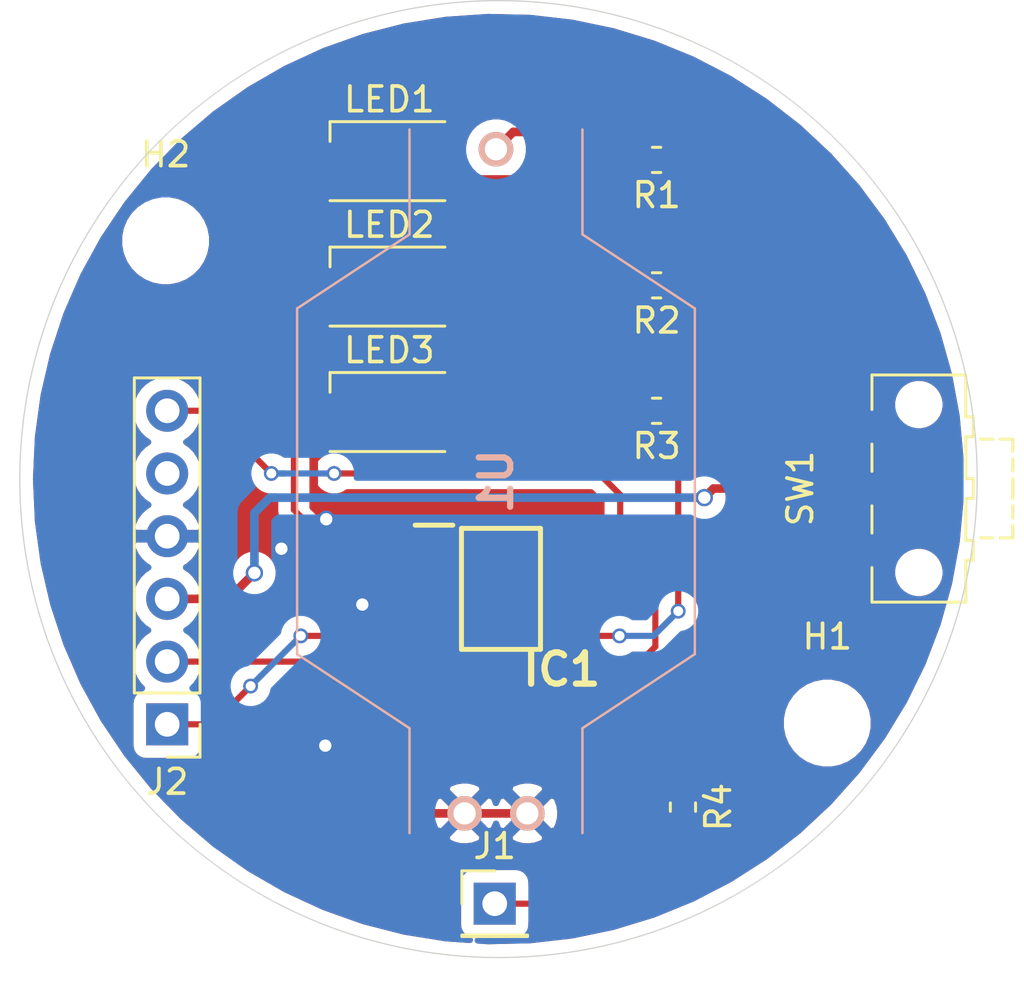
<source format=kicad_pcb>
(kicad_pcb (version 20171130) (host pcbnew "(5.1.5)-3")

  (general
    (thickness 1.6)
    (drawings 1)
    (tracks 130)
    (zones 0)
    (modules 14)
    (nets 15)
  )

  (page A4)
  (title_block
    (title Ampelschaltung)
  )

  (layers
    (0 F.Cu signal)
    (31 B.Cu signal hide)
    (32 B.Adhes user)
    (33 F.Adhes user)
    (34 B.Paste user)
    (35 F.Paste user)
    (36 B.SilkS user)
    (37 F.SilkS user)
    (38 B.Mask user)
    (39 F.Mask user)
    (40 Dwgs.User user)
    (41 Cmts.User user)
    (42 Eco1.User user)
    (43 Eco2.User user)
    (44 Edge.Cuts user)
    (45 Margin user)
    (46 B.CrtYd user)
    (47 F.CrtYd user)
    (48 B.Fab user)
    (49 F.Fab user)
  )

  (setup
    (last_trace_width 0.25)
    (trace_clearance 0.25)
    (zone_clearance 0.508)
    (zone_45_only no)
    (trace_min 0.25)
    (via_size 0.6)
    (via_drill 0.4)
    (via_min_size 0.4)
    (via_min_drill 0.3)
    (uvia_size 0.3)
    (uvia_drill 0.1)
    (uvias_allowed no)
    (uvia_min_size 0.2)
    (uvia_min_drill 0.1)
    (edge_width 0.05)
    (segment_width 0.2)
    (pcb_text_width 0.3)
    (pcb_text_size 1.5 1.5)
    (mod_edge_width 0.12)
    (mod_text_size 1 1)
    (mod_text_width 0.15)
    (pad_size 1.524 1.524)
    (pad_drill 0.762)
    (pad_to_mask_clearance 0.051)
    (solder_mask_min_width 0.25)
    (aux_axis_origin 0 0)
    (visible_elements 7FFFFFFF)
    (pcbplotparams
      (layerselection 0x010fc_ffffffff)
      (usegerberextensions false)
      (usegerberattributes false)
      (usegerberadvancedattributes false)
      (creategerberjobfile false)
      (excludeedgelayer true)
      (linewidth 0.100000)
      (plotframeref false)
      (viasonmask false)
      (mode 1)
      (useauxorigin false)
      (hpglpennumber 1)
      (hpglpenspeed 20)
      (hpglpendiameter 15.000000)
      (psnegative false)
      (psa4output false)
      (plotreference true)
      (plotvalue true)
      (plotinvisibletext false)
      (padsonsilk false)
      (subtractmaskfromsilk false)
      (outputformat 1)
      (mirror false)
      (drillshape 1)
      (scaleselection 1)
      (outputdirectory ""))
  )

  (net 0 "")
  (net 1 PB7-LEDs)
  (net 2 +3V3)
  (net 3 GND)
  (net 4 Conn-RST)
  (net 5 PA8-LEDs)
  (net 6 PA12-ReceivePin-kS)
  (net 7 Conn-SWDIO)
  (net 8 Conn-SWCLK)
  (net 9 PA12ReceivePin-kS)
  (net 10 Conn-SWIM)
  (net 11 "Net-(LED1-Pad2)")
  (net 12 "Net-(LED2-Pad2)")
  (net 13 "Net-(LED3-Pad2)")
  (net 14 "Net-(SW1-Pad3)")

  (net_class Default "Dies ist die voreingestellte Netzklasse."
    (clearance 0.25)
    (trace_width 0.25)
    (via_dia 0.6)
    (via_drill 0.4)
    (uvia_dia 0.3)
    (uvia_drill 0.1)
    (diff_pair_width 0.25)
    (diff_pair_gap 0.25)
    (add_net Conn-RST)
    (add_net Conn-SWCLK)
    (add_net Conn-SWDIO)
    (add_net Conn-SWIM)
    (add_net "Net-(LED1-Pad2)")
    (add_net "Net-(LED2-Pad2)")
    (add_net "Net-(LED3-Pad2)")
    (add_net "Net-(SW1-Pad3)")
    (add_net PA12-ReceivePin-kS)
    (add_net PA12ReceivePin-kS)
    (add_net PA8-LEDs)
    (add_net PB7-LEDs)
  )

  (net_class Power ""
    (clearance 0.35)
    (trace_width 0.35)
    (via_dia 0.7)
    (via_drill 0.5)
    (uvia_dia 0.4)
    (uvia_drill 0.2)
    (diff_pair_width 0.35)
    (diff_pair_gap 0.35)
    (add_net +3V3)
    (add_net GND)
  )

  (module STM32G031J6M6:SOIC127P600X175-8N (layer F.Cu) (tedit 5EE3803F) (tstamp 5EF460FB)
    (at 144.3228 120.7516)
    (descr SO8N-A)
    (tags "Integrated Circuit")
    (path /5EE382F6)
    (attr smd)
    (fp_text reference IC1 (at 2.459999 3.264999) (layer F.SilkS)
      (effects (font (size 1.27 1.27) (thickness 0.254)))
    )
    (fp_text value STM32G031J6M6 (at 0 0) (layer F.SilkS) hide
      (effects (font (size 1.27 1.27) (thickness 0.254)))
    )
    (fp_line (start -3.475 -2.58) (end -1.95 -2.58) (layer F.SilkS) (width 0.2))
    (fp_line (start -1.6 2.45) (end -1.6 -2.45) (layer F.SilkS) (width 0.2))
    (fp_line (start 1.6 2.45) (end -1.6 2.45) (layer F.SilkS) (width 0.2))
    (fp_line (start 1.6 -2.45) (end 1.6 2.45) (layer F.SilkS) (width 0.2))
    (fp_line (start -1.6 -2.45) (end 1.6 -2.45) (layer F.SilkS) (width 0.2))
    (fp_line (start -1.95 -1.18) (end -0.68 -2.45) (layer Dwgs.User) (width 0.1))
    (fp_line (start -1.95 2.45) (end -1.95 -2.45) (layer Dwgs.User) (width 0.1))
    (fp_line (start 1.95 2.45) (end -1.95 2.45) (layer Dwgs.User) (width 0.1))
    (fp_line (start 1.95 -2.45) (end 1.95 2.45) (layer Dwgs.User) (width 0.1))
    (fp_line (start -1.95 -2.45) (end 1.95 -2.45) (layer Dwgs.User) (width 0.1))
    (fp_line (start -3.725 2.75) (end -3.725 -2.75) (layer Dwgs.User) (width 0.05))
    (fp_line (start 3.725 2.75) (end -3.725 2.75) (layer Dwgs.User) (width 0.05))
    (fp_line (start 3.725 -2.75) (end 3.725 2.75) (layer Dwgs.User) (width 0.05))
    (fp_line (start -3.725 -2.75) (end 3.725 -2.75) (layer Dwgs.User) (width 0.05))
    (pad 8 smd rect (at 2.712 -1.905 90) (size 0.65 1.525) (layers F.Cu F.Paste F.Mask)
      (net 8 Conn-SWCLK))
    (pad 7 smd rect (at 2.712 -0.635 90) (size 0.65 1.525) (layers F.Cu F.Paste F.Mask)
      (net 7 Conn-SWDIO))
    (pad 6 smd rect (at 2.712 0.635 90) (size 0.65 1.525) (layers F.Cu F.Paste F.Mask)
      (net 6 PA12-ReceivePin-kS))
    (pad 5 smd rect (at 2.712 1.905 90) (size 0.65 1.525) (layers F.Cu F.Paste F.Mask)
      (net 5 PA8-LEDs))
    (pad 4 smd rect (at -2.712 1.905 90) (size 0.65 1.525) (layers F.Cu F.Paste F.Mask)
      (net 4 Conn-RST))
    (pad 3 smd rect (at -2.712 0.635 90) (size 0.65 1.525) (layers F.Cu F.Paste F.Mask)
      (net 3 GND))
    (pad 2 smd rect (at -2.712 -0.635 90) (size 0.65 1.525) (layers F.Cu F.Paste F.Mask)
      (net 2 +3V3))
    (pad 1 smd rect (at -2.712 -1.905 90) (size 0.65 1.525) (layers F.Cu F.Paste F.Mask)
      (net 1 PB7-LEDs))
  )

  (module Button_Switch_SMD:SW_SPDT_CK-JS102011SAQN (layer F.Cu) (tedit 5A02FC95) (tstamp 5EF46228)
    (at 161.2392 116.6876 90)
    (descr "Sub-miniature slide switch, right-angle, http://www.ckswitches.com/media/1422/js.pdf")
    (tags "switch spdt")
    (path /5EF430FD)
    (attr smd)
    (fp_text reference SW1 (at 0 -4.8 90) (layer F.SilkS)
      (effects (font (size 1 1) (thickness 0.15)))
    )
    (fp_text value SW_SPDT (at 0 -2.9 90) (layer F.Fab)
      (effects (font (size 1 1) (thickness 0.15)))
    )
    (fp_line (start -4.5 -1.8) (end 4.5 -1.8) (layer F.Fab) (width 0.1))
    (fp_line (start 4.5 -1.8) (end 4.5 1.8) (layer F.Fab) (width 0.1))
    (fp_line (start 4.5 1.8) (end -4.4 1.8) (layer F.Fab) (width 0.1))
    (fp_line (start -4.4 1.8) (end -4.5 1.8) (layer F.Fab) (width 0.1))
    (fp_line (start -4.5 1.8) (end -4.5 1.8) (layer F.Fab) (width 0.1))
    (fp_line (start -4.5 -1.8) (end -4.5 1.8) (layer F.Fab) (width 0.1))
    (fp_line (start -4.5 1.8) (end -4.5 1.8) (layer F.Fab) (width 0.1))
    (fp_line (start -1.5 1.8) (end -1.5 1.8) (layer F.Fab) (width 0.1))
    (fp_line (start 3.2 -1.9) (end 4.6 -1.9) (layer F.SilkS) (width 0.12))
    (fp_line (start 4.6 -1.9) (end 4.6 1.9) (layer F.SilkS) (width 0.12))
    (fp_line (start -4.6 1.9) (end -4.6 -1.9) (layer F.SilkS) (width 0.12))
    (fp_line (start -4.6 -1.9) (end -3.2 -1.9) (layer F.SilkS) (width 0.12))
    (fp_line (start 1.8 -1.9) (end 0.7 -1.9) (layer F.SilkS) (width 0.12))
    (fp_line (start 0.7 -1.9) (end 0.7 -1.9) (layer F.SilkS) (width 0.12))
    (fp_line (start -0.7 -1.9) (end -1.8 -1.9) (layer F.SilkS) (width 0.12))
    (fp_line (start -1.8 -1.9) (end -1.8 -1.9) (layer F.SilkS) (width 0.12))
    (fp_line (start 0.3 1.8) (end 0.3 2.1) (layer F.Fab) (width 0.1))
    (fp_line (start 0.3 2.1) (end -0.3 2.1) (layer F.Fab) (width 0.1))
    (fp_line (start -0.3 2.1) (end -0.3 1.8) (layer F.Fab) (width 0.1))
    (fp_line (start -0.3 1.8) (end -0.3 1.8) (layer F.Fab) (width 0.1))
    (fp_line (start -2.2 1.8) (end -2.2 2.1) (layer F.Fab) (width 0.1))
    (fp_line (start -2.2 2.1) (end -2.8 2.1) (layer F.Fab) (width 0.1))
    (fp_line (start -2.8 2.1) (end -2.8 1.8) (layer F.Fab) (width 0.1))
    (fp_line (start -2.8 1.8) (end -2.8 1.8) (layer F.Fab) (width 0.1))
    (fp_line (start 2.2 1.8) (end 2.2 2.1) (layer F.Fab) (width 0.1))
    (fp_line (start 2.2 2.1) (end 2.8 2.1) (layer F.Fab) (width 0.1))
    (fp_line (start 2.8 2.1) (end 2.8 1.8) (layer F.Fab) (width 0.1))
    (fp_line (start 2.8 1.8) (end 2.8 1.8) (layer F.Fab) (width 0.1))
    (fp_line (start 4.6 1.9) (end 2.9 1.9) (layer F.SilkS) (width 0.12))
    (fp_line (start 2.9 1.9) (end 2.9 2.2) (layer F.SilkS) (width 0.12))
    (fp_line (start 2.9 2.2) (end 2.1 2.2) (layer F.SilkS) (width 0.12))
    (fp_line (start 2.1 2.2) (end 2.1 1.9) (layer F.SilkS) (width 0.12))
    (fp_line (start 2.1 1.9) (end 0.4 1.9) (layer F.SilkS) (width 0.12))
    (fp_line (start 0.4 1.9) (end 0.4 2.2) (layer F.SilkS) (width 0.12))
    (fp_line (start 0.4 2.2) (end -0.4 2.2) (layer F.SilkS) (width 0.12))
    (fp_line (start -0.4 2.2) (end -0.4 1.9) (layer F.SilkS) (width 0.12))
    (fp_line (start -0.4 1.9) (end -2.1 1.9) (layer F.SilkS) (width 0.12))
    (fp_line (start -2.1 1.9) (end -2.1 2.2) (layer F.SilkS) (width 0.12))
    (fp_line (start -2.1 2.2) (end -2.9 2.2) (layer F.SilkS) (width 0.12))
    (fp_line (start -2.9 2.2) (end -2.9 1.9) (layer F.SilkS) (width 0.12))
    (fp_line (start -2.9 1.9) (end -4.6 1.9) (layer F.SilkS) (width 0.12))
    (fp_line (start -4.6 1.9) (end -4.6 1.9) (layer F.SilkS) (width 0.12))
    (fp_line (start -0.5 1.8) (end -0.5 3.8) (layer F.Fab) (width 0.1))
    (fp_line (start -0.5 3.8) (end -2 3.8) (layer F.Fab) (width 0.1))
    (fp_line (start -2 3.8) (end -2 1.8) (layer F.Fab) (width 0.1))
    (fp_line (start -2 1.8) (end -2 1.8) (layer F.Fab) (width 0.1))
    (fp_line (start -5 -2.25) (end -5 2.25) (layer F.CrtYd) (width 0.05))
    (fp_line (start -5 2.25) (end -3.25 2.25) (layer F.CrtYd) (width 0.05))
    (fp_line (start -3.25 2.25) (end -3.25 2.75) (layer F.CrtYd) (width 0.05))
    (fp_line (start -3.25 2.75) (end -2.5 2.75) (layer F.CrtYd) (width 0.05))
    (fp_line (start -2.5 2.75) (end -2.5 4.25) (layer F.CrtYd) (width 0.05))
    (fp_line (start -2.5 4.25) (end 2.5 4.25) (layer F.CrtYd) (width 0.05))
    (fp_line (start 2.5 4.25) (end 2.5 2.5) (layer F.CrtYd) (width 0.05))
    (fp_line (start 2.5 2.5) (end 3.25 2.5) (layer F.CrtYd) (width 0.05))
    (fp_line (start 3.25 2.5) (end 3.25 2.25) (layer F.CrtYd) (width 0.05))
    (fp_line (start 3.25 2.25) (end 5 2.25) (layer F.CrtYd) (width 0.05))
    (fp_line (start 5 2.25) (end 5 -2.25) (layer F.CrtYd) (width 0.05))
    (fp_line (start 5 -2.25) (end 3.5 -2.25) (layer F.CrtYd) (width 0.05))
    (fp_line (start 3.5 -2.25) (end 3.5 -4.5) (layer F.CrtYd) (width 0.05))
    (fp_line (start 3.5 -4.5) (end -3.5 -4.5) (layer F.CrtYd) (width 0.05))
    (fp_line (start -3.5 -4.5) (end -3.5 -2.25) (layer F.CrtYd) (width 0.05))
    (fp_line (start -3.5 -2.25) (end -5 -2.25) (layer F.CrtYd) (width 0.05))
    (fp_line (start -5 -2.25) (end -5 -2.25) (layer F.CrtYd) (width 0.05))
    (fp_line (start -2 3.8) (end -2 3.3) (layer F.SilkS) (width 0.12))
    (fp_line (start -2 3.3) (end -2 3.3) (layer F.SilkS) (width 0.12))
    (fp_line (start -2 3.8) (end -1.5 3.8) (layer F.SilkS) (width 0.12))
    (fp_line (start -1.5 3.8) (end -1.5 3.8) (layer F.SilkS) (width 0.12))
    (fp_line (start 2 3.8) (end 1.5 3.8) (layer F.SilkS) (width 0.12))
    (fp_line (start 1.5 3.8) (end 1.5 3.8) (layer F.SilkS) (width 0.12))
    (fp_line (start 2 3.8) (end 2 3.3) (layer F.SilkS) (width 0.12))
    (fp_line (start 2 3.3) (end 2 3.3) (layer F.SilkS) (width 0.12))
    (fp_line (start 2 3) (end 2 2.5) (layer F.SilkS) (width 0.12))
    (fp_line (start 2 2.5) (end 2 2.5) (layer F.SilkS) (width 0.12))
    (fp_line (start -2 3) (end -2 2.5) (layer F.SilkS) (width 0.12))
    (fp_line (start -2 2.5) (end -2 2.5) (layer F.SilkS) (width 0.12))
    (fp_line (start -1.2 3.8) (end -0.7 3.8) (layer F.SilkS) (width 0.12))
    (fp_line (start -0.7 3.8) (end -0.7 3.8) (layer F.SilkS) (width 0.12))
    (fp_line (start 1.2 3.8) (end 0.7 3.8) (layer F.SilkS) (width 0.12))
    (fp_line (start 0.7 3.8) (end 0.7 3.8) (layer F.SilkS) (width 0.12))
    (fp_line (start 0.4 3.8) (end -0.4 3.8) (layer F.SilkS) (width 0.12))
    (fp_line (start -0.4 3.8) (end -0.4 3.8) (layer F.SilkS) (width 0.12))
    (fp_text user %R (at 0 0 90) (layer F.Fab)
      (effects (font (size 1 1) (thickness 0.15)))
    )
    (pad 1 smd rect (at -2.5 -2.75 90) (size 1.25 2.5) (layers F.Cu F.Paste F.Mask)
      (net 4 Conn-RST))
    (pad 2 smd rect (at 0 -2.75 90) (size 1.25 2.5) (layers F.Cu F.Paste F.Mask)
      (net 2 +3V3))
    (pad 3 smd rect (at 2.5 -2.75 90) (size 1.25 2.5) (layers F.Cu F.Paste F.Mask)
      (net 14 "Net-(SW1-Pad3)"))
    (pad "" np_thru_hole circle (at -3.4 0 90) (size 0.9 0.9) (drill 0.9) (layers *.Cu *.Mask))
    (pad "" np_thru_hole circle (at 3.4 0 90) (size 0.9 0.9) (drill 0.9) (layers *.Cu *.Mask))
    (model ${KISYS3DMOD}/Button_Switch_SMD.3dshapes/SW_SPDT_CK-JS102011SAQN.wrl
      (at (xyz 0 0 0))
      (scale (xyz 1 1 1))
      (rotate (xyz 0 0 0))
    )
  )

  (module HU2032-LF:HU2032LF (layer B.Cu) (tedit 5EF3A910) (tstamp 5EF4624D)
    (at 145.3896 129.8448 90)
    (descr HU2032-LF-3)
    (tags "Undefined or Miscellaneous")
    (path /5EF3D88A)
    (fp_text reference U1 (at 13.45 -1.27 90) (layer B.SilkS)
      (effects (font (size 1.27 1.27) (thickness 0.254)) (justify mirror))
    )
    (fp_text value HU2032-LF (at 13.45 -1.27 90) (layer B.SilkS) hide
      (effects (font (size 1.27 1.27) (thickness 0.254)) (justify mirror))
    )
    (fp_line (start -1.8 9.73) (end 28.7 9.73) (layer Dwgs.User) (width 0.1))
    (fp_line (start 28.7 9.73) (end 28.7 -12.27) (layer Dwgs.User) (width 0.1))
    (fp_line (start 28.7 -12.27) (end -1.8 -12.27) (layer Dwgs.User) (width 0.1))
    (fp_line (start -1.8 -12.27) (end -1.8 9.73) (layer Dwgs.User) (width 0.1))
    (fp_line (start 3.45 -1.27) (end 3.45 -1.27) (layer Dwgs.User) (width 0.2))
    (fp_line (start 23.45 -1.27) (end 23.45 -1.27) (layer Dwgs.User) (width 0.2))
    (fp_line (start -0.8 2.23) (end -0.8 -4.77) (layer Dwgs.User) (width 0.2))
    (fp_line (start 27.7 2.23) (end 27.7 -4.77) (layer Dwgs.User) (width 0.2))
    (fp_line (start 6.45 6.78) (end 20.45 6.78) (layer Dwgs.User) (width 0.2))
    (fp_line (start 6.45 -9.32) (end 20.45 -9.32) (layer Dwgs.User) (width 0.2))
    (fp_line (start 6.45 6.78) (end 3.45 2.23) (layer Dwgs.User) (width 0.2))
    (fp_line (start 6.45 -9.32) (end 3.45 -4.77) (layer Dwgs.User) (width 0.2))
    (fp_line (start 20.45 -9.32) (end 23.45 -4.77) (layer Dwgs.User) (width 0.2))
    (fp_line (start 20.45 6.78) (end 23.45 2.23) (layer Dwgs.User) (width 0.2))
    (fp_line (start 3.45 2.23) (end -0.8 2.23) (layer Dwgs.User) (width 0.2))
    (fp_line (start -0.8 -4.77) (end 3.45 -4.77) (layer Dwgs.User) (width 0.2))
    (fp_line (start 27.7 -4.77) (end 23.45 -4.77) (layer Dwgs.User) (width 0.2))
    (fp_line (start 27.7 2.23) (end 23.45 2.23) (layer Dwgs.User) (width 0.2))
    (fp_line (start -0.8 2.23) (end 3.45 2.23) (layer B.SilkS) (width 0.1))
    (fp_line (start 3.45 2.23) (end 6.45 6.78) (layer B.SilkS) (width 0.1))
    (fp_line (start 6.45 6.78) (end 20.45 6.78) (layer B.SilkS) (width 0.1))
    (fp_line (start 20.45 6.78) (end 23.45 2.23) (layer B.SilkS) (width 0.1))
    (fp_line (start 23.45 2.23) (end 27.7 2.23) (layer B.SilkS) (width 0.1))
    (fp_line (start -0.8 -4.77) (end 3.45 -4.77) (layer B.SilkS) (width 0.1))
    (fp_line (start 3.45 -4.77) (end 6.45 -9.32) (layer B.SilkS) (width 0.1))
    (fp_line (start 6.45 -9.32) (end 20.45 -9.32) (layer B.SilkS) (width 0.1))
    (fp_line (start 20.45 -9.32) (end 23.45 -4.77) (layer B.SilkS) (width 0.1))
    (fp_line (start 23.45 -4.77) (end 27.7 -4.77) (layer B.SilkS) (width 0.1))
    (fp_arc (start 13.45 -1.27) (end 3.45 -1.27) (angle 180) (layer Dwgs.User) (width 0.2))
    (fp_arc (start 13.45 -1.27) (end 23.45 -1.27) (angle 180) (layer Dwgs.User) (width 0.2))
    (pad 1 thru_hole circle (at 0 0) (size 1.4 1.4) (drill 0.9) (layers *.Cu *.Mask B.SilkS)
      (net 3 GND))
    (pad 2 thru_hole circle (at 0 -2.54) (size 1.4 1.4) (drill 0.9) (layers *.Cu *.Mask B.SilkS)
      (net 3 GND))
    (pad 3 thru_hole circle (at 26.9 -1.27) (size 1.4 1.4) (drill 0.9) (layers *.Cu *.Mask B.SilkS)
      (net 2 +3V3))
  )

  (module Connector_PinHeader_2.54mm:PinHeader_1x06_P2.54mm_Vertical (layer F.Cu) (tedit 59FED5CC) (tstamp 5EF9C4DA)
    (at 130.81 126.238 180)
    (descr "Through hole straight pin header, 1x06, 2.54mm pitch, single row")
    (tags "Through hole pin header THT 1x06 2.54mm single row")
    (path /5EF9CAFA)
    (fp_text reference J2 (at 0 -2.33) (layer F.SilkS)
      (effects (font (size 1 1) (thickness 0.15)))
    )
    (fp_text value Conn_01x06_Male (at 0 15.03) (layer F.Fab)
      (effects (font (size 1 1) (thickness 0.15)))
    )
    (fp_line (start -0.635 -1.27) (end 1.27 -1.27) (layer F.Fab) (width 0.1))
    (fp_line (start 1.27 -1.27) (end 1.27 13.97) (layer F.Fab) (width 0.1))
    (fp_line (start 1.27 13.97) (end -1.27 13.97) (layer F.Fab) (width 0.1))
    (fp_line (start -1.27 13.97) (end -1.27 -0.635) (layer F.Fab) (width 0.1))
    (fp_line (start -1.27 -0.635) (end -0.635 -1.27) (layer F.Fab) (width 0.1))
    (fp_line (start -1.33 14.03) (end 1.33 14.03) (layer F.SilkS) (width 0.12))
    (fp_line (start -1.33 1.27) (end -1.33 14.03) (layer F.SilkS) (width 0.12))
    (fp_line (start 1.33 1.27) (end 1.33 14.03) (layer F.SilkS) (width 0.12))
    (fp_line (start -1.33 1.27) (end 1.33 1.27) (layer F.SilkS) (width 0.12))
    (fp_line (start -1.33 0) (end -1.33 -1.33) (layer F.SilkS) (width 0.12))
    (fp_line (start -1.33 -1.33) (end 0 -1.33) (layer F.SilkS) (width 0.12))
    (fp_line (start -1.8 -1.8) (end -1.8 14.5) (layer F.CrtYd) (width 0.05))
    (fp_line (start -1.8 14.5) (end 1.8 14.5) (layer F.CrtYd) (width 0.05))
    (fp_line (start 1.8 14.5) (end 1.8 -1.8) (layer F.CrtYd) (width 0.05))
    (fp_line (start 1.8 -1.8) (end -1.8 -1.8) (layer F.CrtYd) (width 0.05))
    (fp_text user %R (at 0 6.35 90) (layer F.Fab)
      (effects (font (size 1 1) (thickness 0.15)))
    )
    (pad 1 thru_hole rect (at 0 0 180) (size 1.7 1.7) (drill 1) (layers *.Cu *.Mask)
      (net 4 Conn-RST))
    (pad 2 thru_hole oval (at 0 2.54 180) (size 1.7 1.7) (drill 1) (layers *.Cu *.Mask)
      (net 7 Conn-SWDIO))
    (pad 3 thru_hole oval (at 0 5.08 180) (size 1.7 1.7) (drill 1) (layers *.Cu *.Mask)
      (net 2 +3V3))
    (pad 4 thru_hole oval (at 0 7.62 180) (size 1.7 1.7) (drill 1) (layers *.Cu *.Mask)
      (net 3 GND))
    (pad 5 thru_hole oval (at 0 10.16 180) (size 1.7 1.7) (drill 1) (layers *.Cu *.Mask)
      (net 10 Conn-SWIM))
    (pad 6 thru_hole oval (at 0 12.7 180) (size 1.7 1.7) (drill 1) (layers *.Cu *.Mask)
      (net 8 Conn-SWCLK))
    (model ${KISYS3DMOD}/Connector_PinHeader_2.54mm.3dshapes/PinHeader_1x06_P2.54mm_Vertical.wrl
      (at (xyz 0 0 0))
      (scale (xyz 1 1 1))
      (rotate (xyz 0 0 0))
    )
  )

  (module Connector_PinHeader_2.54mm:PinHeader_1x01_P2.54mm_Vertical (layer F.Cu) (tedit 59FED5CC) (tstamp 5EFC72AB)
    (at 144.0688 133.5024)
    (descr "Through hole straight pin header, 1x01, 2.54mm pitch, single row")
    (tags "Through hole pin header THT 1x01 2.54mm single row")
    (path /5EF35B4C)
    (fp_text reference J1 (at 0 -2.33) (layer F.SilkS)
      (effects (font (size 1 1) (thickness 0.15)))
    )
    (fp_text value Conn_01x01 (at 0 2.33) (layer F.Fab)
      (effects (font (size 1 1) (thickness 0.15)))
    )
    (fp_line (start -0.635 -1.27) (end 1.27 -1.27) (layer F.Fab) (width 0.1))
    (fp_line (start 1.27 -1.27) (end 1.27 1.27) (layer F.Fab) (width 0.1))
    (fp_line (start 1.27 1.27) (end -1.27 1.27) (layer F.Fab) (width 0.1))
    (fp_line (start -1.27 1.27) (end -1.27 -0.635) (layer F.Fab) (width 0.1))
    (fp_line (start -1.27 -0.635) (end -0.635 -1.27) (layer F.Fab) (width 0.1))
    (fp_line (start -1.33 1.33) (end 1.33 1.33) (layer F.SilkS) (width 0.12))
    (fp_line (start -1.33 1.27) (end -1.33 1.33) (layer F.SilkS) (width 0.12))
    (fp_line (start 1.33 1.27) (end 1.33 1.33) (layer F.SilkS) (width 0.12))
    (fp_line (start -1.33 1.27) (end 1.33 1.27) (layer F.SilkS) (width 0.12))
    (fp_line (start -1.33 0) (end -1.33 -1.33) (layer F.SilkS) (width 0.12))
    (fp_line (start -1.33 -1.33) (end 0 -1.33) (layer F.SilkS) (width 0.12))
    (fp_line (start -1.8 -1.8) (end -1.8 1.8) (layer F.CrtYd) (width 0.05))
    (fp_line (start -1.8 1.8) (end 1.8 1.8) (layer F.CrtYd) (width 0.05))
    (fp_line (start 1.8 1.8) (end 1.8 -1.8) (layer F.CrtYd) (width 0.05))
    (fp_line (start 1.8 -1.8) (end -1.8 -1.8) (layer F.CrtYd) (width 0.05))
    (fp_text user %R (at 0 0 90) (layer F.Fab)
      (effects (font (size 1 1) (thickness 0.15)))
    )
    (pad 1 thru_hole rect (at 0 0) (size 1.7 1.7) (drill 1) (layers *.Cu *.Mask)
      (net 9 PA12ReceivePin-kS))
    (model ${KISYS3DMOD}/Connector_PinHeader_2.54mm.3dshapes/PinHeader_1x01_P2.54mm_Vertical.wrl
      (at (xyz 0 0 0))
      (scale (xyz 1 1 1))
      (rotate (xyz 0 0 0))
    )
  )

  (module MountingHole:MountingHole_2.5mm (layer F.Cu) (tedit 56D1B4CB) (tstamp 5F05E189)
    (at 157.5308 126.1872)
    (descr "Mounting Hole 2.5mm, no annular")
    (tags "mounting hole 2.5mm no annular")
    (path /5EFC65F8)
    (attr virtual)
    (fp_text reference H1 (at 0 -3.5) (layer F.SilkS)
      (effects (font (size 1 1) (thickness 0.15)))
    )
    (fp_text value MountingHole (at 0 3.5) (layer F.Fab)
      (effects (font (size 1 1) (thickness 0.15)))
    )
    (fp_text user %R (at 0.3 0) (layer F.Fab)
      (effects (font (size 1 1) (thickness 0.15)))
    )
    (fp_circle (center 0 0) (end 2.5 0) (layer Cmts.User) (width 0.15))
    (fp_circle (center 0 0) (end 2.75 0) (layer F.CrtYd) (width 0.05))
    (pad 1 np_thru_hole circle (at 0 0) (size 2.5 2.5) (drill 2.5) (layers *.Cu *.Mask))
  )

  (module MountingHole:MountingHole_2.5mm (layer F.Cu) (tedit 56D1B4CB) (tstamp 5F05E190)
    (at 130.7465 106.6546)
    (descr "Mounting Hole 2.5mm, no annular")
    (tags "mounting hole 2.5mm no annular")
    (path /5EFC738C)
    (attr virtual)
    (fp_text reference H2 (at 0 -3.5) (layer F.SilkS)
      (effects (font (size 1 1) (thickness 0.15)))
    )
    (fp_text value MountingHole (at 0 3.5) (layer F.Fab)
      (effects (font (size 1 1) (thickness 0.15)))
    )
    (fp_circle (center 0 0) (end 2.75 0) (layer F.CrtYd) (width 0.05))
    (fp_circle (center 0 0) (end 2.5 0) (layer Cmts.User) (width 0.15))
    (fp_text user %R (at 0.3 0) (layer F.Fab)
      (effects (font (size 1 1) (thickness 0.15)))
    )
    (pad 1 np_thru_hole circle (at 0 0) (size 2.5 2.5) (drill 2.5) (layers *.Cu *.Mask))
  )

  (module LED_SMD:LED_PLCC-2 (layer F.Cu) (tedit 59959404) (tstamp 5F05E19E)
    (at 139.8016 103.4288)
    (descr "LED PLCC-2 SMD package")
    (tags "LED PLCC-2 SMD")
    (path /5EE8A614)
    (attr smd)
    (fp_text reference LED1 (at 0 -2.5) (layer F.SilkS)
      (effects (font (size 1 1) (thickness 0.15)))
    )
    (fp_text value red (at 0 2.5) (layer F.Fab)
      (effects (font (size 1 1) (thickness 0.15)))
    )
    (fp_circle (center 0 0) (end 0 -1.25) (layer F.Fab) (width 0.1))
    (fp_line (start -1.7 -0.6) (end -0.8 -1.5) (layer F.Fab) (width 0.1))
    (fp_line (start 1.7 1.5) (end 1.7 -1.5) (layer F.Fab) (width 0.1))
    (fp_line (start 1.7 -1.5) (end -1.7 -1.5) (layer F.Fab) (width 0.1))
    (fp_line (start -1.7 -1.5) (end -1.7 1.5) (layer F.Fab) (width 0.1))
    (fp_line (start -1.7 1.5) (end 1.7 1.5) (layer F.Fab) (width 0.1))
    (fp_line (start -2.65 -1.85) (end 2.5 -1.85) (layer F.CrtYd) (width 0.05))
    (fp_line (start 2.5 -1.85) (end 2.5 1.85) (layer F.CrtYd) (width 0.05))
    (fp_line (start 2.5 1.85) (end -2.65 1.85) (layer F.CrtYd) (width 0.05))
    (fp_line (start -2.65 1.85) (end -2.65 -1.85) (layer F.CrtYd) (width 0.05))
    (fp_line (start 2.25 1.6) (end -2.4 1.6) (layer F.SilkS) (width 0.12))
    (fp_line (start 2.25 -1.6) (end -2.4 -1.6) (layer F.SilkS) (width 0.12))
    (fp_line (start -2.4 -1.6) (end -2.4 -0.8) (layer F.SilkS) (width 0.12))
    (fp_text user %R (at 0 0) (layer F.Fab)
      (effects (font (size 0.4 0.4) (thickness 0.1)))
    )
    (pad 1 smd rect (at -1.5 0) (size 1.5 2.6) (layers F.Cu F.Paste F.Mask)
      (net 1 PB7-LEDs))
    (pad 2 smd rect (at 1.5 0) (size 1.5 2.6) (layers F.Cu F.Paste F.Mask)
      (net 11 "Net-(LED1-Pad2)"))
    (model ${KISYS3DMOD}/LED_SMD.3dshapes/LED_PLCC-2.wrl
      (at (xyz 0 0 0))
      (scale (xyz 1 1 1))
      (rotate (xyz 0 0 0))
    )
  )

  (module LED_SMD:LED_PLCC-2 (layer F.Cu) (tedit 59959404) (tstamp 5F05E1B1)
    (at 139.8016 108.5088)
    (descr "LED PLCC-2 SMD package")
    (tags "LED PLCC-2 SMD")
    (path /5EE899FD)
    (attr smd)
    (fp_text reference LED2 (at 0 -2.5) (layer F.SilkS)
      (effects (font (size 1 1) (thickness 0.15)))
    )
    (fp_text value yellow (at 0 2.5) (layer F.Fab)
      (effects (font (size 1 1) (thickness 0.15)))
    )
    (fp_circle (center 0 0) (end 0 -1.25) (layer F.Fab) (width 0.1))
    (fp_line (start -1.7 -0.6) (end -0.8 -1.5) (layer F.Fab) (width 0.1))
    (fp_line (start 1.7 1.5) (end 1.7 -1.5) (layer F.Fab) (width 0.1))
    (fp_line (start 1.7 -1.5) (end -1.7 -1.5) (layer F.Fab) (width 0.1))
    (fp_line (start -1.7 -1.5) (end -1.7 1.5) (layer F.Fab) (width 0.1))
    (fp_line (start -1.7 1.5) (end 1.7 1.5) (layer F.Fab) (width 0.1))
    (fp_line (start -2.65 -1.85) (end 2.5 -1.85) (layer F.CrtYd) (width 0.05))
    (fp_line (start 2.5 -1.85) (end 2.5 1.85) (layer F.CrtYd) (width 0.05))
    (fp_line (start 2.5 1.85) (end -2.65 1.85) (layer F.CrtYd) (width 0.05))
    (fp_line (start -2.65 1.85) (end -2.65 -1.85) (layer F.CrtYd) (width 0.05))
    (fp_line (start 2.25 1.6) (end -2.4 1.6) (layer F.SilkS) (width 0.12))
    (fp_line (start 2.25 -1.6) (end -2.4 -1.6) (layer F.SilkS) (width 0.12))
    (fp_line (start -2.4 -1.6) (end -2.4 -0.8) (layer F.SilkS) (width 0.12))
    (fp_text user %R (at 0 0) (layer F.Fab)
      (effects (font (size 0.4 0.4) (thickness 0.1)))
    )
    (pad 1 smd rect (at -1.5 0) (size 1.5 2.6) (layers F.Cu F.Paste F.Mask)
      (net 5 PA8-LEDs))
    (pad 2 smd rect (at 1.5 0) (size 1.5 2.6) (layers F.Cu F.Paste F.Mask)
      (net 12 "Net-(LED2-Pad2)"))
    (model ${KISYS3DMOD}/LED_SMD.3dshapes/LED_PLCC-2.wrl
      (at (xyz 0 0 0))
      (scale (xyz 1 1 1))
      (rotate (xyz 0 0 0))
    )
  )

  (module LED_SMD:LED_PLCC-2 (layer F.Cu) (tedit 59959404) (tstamp 5F05E1C4)
    (at 139.8016 113.5888)
    (descr "LED PLCC-2 SMD package")
    (tags "LED PLCC-2 SMD")
    (path /5EE89DD8)
    (attr smd)
    (fp_text reference LED3 (at 0 -2.5) (layer F.SilkS)
      (effects (font (size 1 1) (thickness 0.15)))
    )
    (fp_text value green (at 0 2.5) (layer F.Fab)
      (effects (font (size 1 1) (thickness 0.15)))
    )
    (fp_text user %R (at 8.382 0.127) (layer F.Fab)
      (effects (font (size 0.4 0.4) (thickness 0.1)))
    )
    (fp_line (start -2.4 -1.6) (end -2.4 -0.8) (layer F.SilkS) (width 0.12))
    (fp_line (start 2.25 -1.6) (end -2.4 -1.6) (layer F.SilkS) (width 0.12))
    (fp_line (start 2.25 1.6) (end -2.4 1.6) (layer F.SilkS) (width 0.12))
    (fp_line (start -2.65 1.85) (end -2.65 -1.85) (layer F.CrtYd) (width 0.05))
    (fp_line (start 2.5 1.85) (end -2.65 1.85) (layer F.CrtYd) (width 0.05))
    (fp_line (start 2.5 -1.85) (end 2.5 1.85) (layer F.CrtYd) (width 0.05))
    (fp_line (start -2.65 -1.85) (end 2.5 -1.85) (layer F.CrtYd) (width 0.05))
    (fp_line (start -1.7 1.5) (end 1.7 1.5) (layer F.Fab) (width 0.1))
    (fp_line (start -1.7 -1.5) (end -1.7 1.5) (layer F.Fab) (width 0.1))
    (fp_line (start 1.7 -1.5) (end -1.7 -1.5) (layer F.Fab) (width 0.1))
    (fp_line (start 1.7 1.5) (end 1.7 -1.5) (layer F.Fab) (width 0.1))
    (fp_line (start -1.7 -0.6) (end -0.8 -1.5) (layer F.Fab) (width 0.1))
    (fp_circle (center 0 0) (end 0 -1.25) (layer F.Fab) (width 0.1))
    (pad 2 smd rect (at 1.5 0) (size 1.5 2.6) (layers F.Cu F.Paste F.Mask)
      (net 13 "Net-(LED3-Pad2)"))
    (pad 1 smd rect (at -1.5 0) (size 1.5 2.6) (layers F.Cu F.Paste F.Mask)
      (net 3 GND))
    (model ${KISYS3DMOD}/LED_SMD.3dshapes/LED_PLCC-2.wrl
      (at (xyz 0 0 0))
      (scale (xyz 1 1 1))
      (rotate (xyz 0 0 0))
    )
  )

  (module Resistor_SMD:R_0603_1608Metric_Pad1.05x0.95mm_HandSolder (layer F.Cu) (tedit 5B301BBD) (tstamp 5F05E1D7)
    (at 150.622 103.378 180)
    (descr "Resistor SMD 0603 (1608 Metric), square (rectangular) end terminal, IPC_7351 nominal with elongated pad for handsoldering. (Body size source: http://www.tortai-tech.com/upload/download/2011102023233369053.pdf), generated with kicad-footprint-generator")
    (tags "resistor handsolder")
    (path /5EE8AD00)
    (attr smd)
    (fp_text reference R1 (at 0 -1.43) (layer F.SilkS)
      (effects (font (size 1 1) (thickness 0.15)))
    )
    (fp_text value "56 Ohm" (at 0 1.43) (layer F.Fab)
      (effects (font (size 1 1) (thickness 0.15)))
    )
    (fp_line (start -0.8 0.4) (end -0.8 -0.4) (layer F.Fab) (width 0.1))
    (fp_line (start -0.8 -0.4) (end 0.8 -0.4) (layer F.Fab) (width 0.1))
    (fp_line (start 0.8 -0.4) (end 0.8 0.4) (layer F.Fab) (width 0.1))
    (fp_line (start 0.8 0.4) (end -0.8 0.4) (layer F.Fab) (width 0.1))
    (fp_line (start -0.171267 -0.51) (end 0.171267 -0.51) (layer F.SilkS) (width 0.12))
    (fp_line (start -0.171267 0.51) (end 0.171267 0.51) (layer F.SilkS) (width 0.12))
    (fp_line (start -1.65 0.73) (end -1.65 -0.73) (layer F.CrtYd) (width 0.05))
    (fp_line (start -1.65 -0.73) (end 1.65 -0.73) (layer F.CrtYd) (width 0.05))
    (fp_line (start 1.65 -0.73) (end 1.65 0.73) (layer F.CrtYd) (width 0.05))
    (fp_line (start 1.65 0.73) (end -1.65 0.73) (layer F.CrtYd) (width 0.05))
    (fp_text user %R (at 0 0) (layer F.Fab)
      (effects (font (size 0.4 0.4) (thickness 0.06)))
    )
    (pad 1 smd roundrect (at -0.875 0 180) (size 1.05 0.95) (layers F.Cu F.Paste F.Mask) (roundrect_rratio 0.25)
      (net 2 +3V3))
    (pad 2 smd roundrect (at 0.875 0 180) (size 1.05 0.95) (layers F.Cu F.Paste F.Mask) (roundrect_rratio 0.25)
      (net 11 "Net-(LED1-Pad2)"))
    (model ${KISYS3DMOD}/Resistor_SMD.3dshapes/R_0603_1608Metric.wrl
      (at (xyz 0 0 0))
      (scale (xyz 1 1 1))
      (rotate (xyz 0 0 0))
    )
  )

  (module Resistor_SMD:R_0603_1608Metric_Pad1.05x0.95mm_HandSolder (layer F.Cu) (tedit 5B301BBD) (tstamp 5F05E1E7)
    (at 150.622 108.458 180)
    (descr "Resistor SMD 0603 (1608 Metric), square (rectangular) end terminal, IPC_7351 nominal with elongated pad for handsoldering. (Body size source: http://www.tortai-tech.com/upload/download/2011102023233369053.pdf), generated with kicad-footprint-generator")
    (tags "resistor handsolder")
    (path /5EE3B4D7)
    (attr smd)
    (fp_text reference R2 (at 0 -1.43) (layer F.SilkS)
      (effects (font (size 1 1) (thickness 0.15)))
    )
    (fp_text value "56 Ohm" (at 0 1.43) (layer F.Fab)
      (effects (font (size 1 1) (thickness 0.15)))
    )
    (fp_text user %R (at 0 0) (layer F.Fab)
      (effects (font (size 0.4 0.4) (thickness 0.06)))
    )
    (fp_line (start 1.65 0.73) (end -1.65 0.73) (layer F.CrtYd) (width 0.05))
    (fp_line (start 1.65 -0.73) (end 1.65 0.73) (layer F.CrtYd) (width 0.05))
    (fp_line (start -1.65 -0.73) (end 1.65 -0.73) (layer F.CrtYd) (width 0.05))
    (fp_line (start -1.65 0.73) (end -1.65 -0.73) (layer F.CrtYd) (width 0.05))
    (fp_line (start -0.171267 0.51) (end 0.171267 0.51) (layer F.SilkS) (width 0.12))
    (fp_line (start -0.171267 -0.51) (end 0.171267 -0.51) (layer F.SilkS) (width 0.12))
    (fp_line (start 0.8 0.4) (end -0.8 0.4) (layer F.Fab) (width 0.1))
    (fp_line (start 0.8 -0.4) (end 0.8 0.4) (layer F.Fab) (width 0.1))
    (fp_line (start -0.8 -0.4) (end 0.8 -0.4) (layer F.Fab) (width 0.1))
    (fp_line (start -0.8 0.4) (end -0.8 -0.4) (layer F.Fab) (width 0.1))
    (pad 2 smd roundrect (at 0.875 0 180) (size 1.05 0.95) (layers F.Cu F.Paste F.Mask) (roundrect_rratio 0.25)
      (net 12 "Net-(LED2-Pad2)"))
    (pad 1 smd roundrect (at -0.875 0 180) (size 1.05 0.95) (layers F.Cu F.Paste F.Mask) (roundrect_rratio 0.25)
      (net 2 +3V3))
    (model ${KISYS3DMOD}/Resistor_SMD.3dshapes/R_0603_1608Metric.wrl
      (at (xyz 0 0 0))
      (scale (xyz 1 1 1))
      (rotate (xyz 0 0 0))
    )
  )

  (module Resistor_SMD:R_0603_1608Metric_Pad1.05x0.95mm_HandSolder (layer F.Cu) (tedit 5B301BBD) (tstamp 5F05E1F7)
    (at 150.622 113.538 180)
    (descr "Resistor SMD 0603 (1608 Metric), square (rectangular) end terminal, IPC_7351 nominal with elongated pad for handsoldering. (Body size source: http://www.tortai-tech.com/upload/download/2011102023233369053.pdf), generated with kicad-footprint-generator")
    (tags "resistor handsolder")
    (path /5EE3AF75)
    (attr smd)
    (fp_text reference R3 (at 0 -1.43) (layer F.SilkS)
      (effects (font (size 1 1) (thickness 0.15)))
    )
    (fp_text value "68 Ohm" (at 0 1.43) (layer F.Fab)
      (effects (font (size 1 1) (thickness 0.15)))
    )
    (fp_line (start -0.8 0.4) (end -0.8 -0.4) (layer F.Fab) (width 0.1))
    (fp_line (start -0.8 -0.4) (end 0.8 -0.4) (layer F.Fab) (width 0.1))
    (fp_line (start 0.8 -0.4) (end 0.8 0.4) (layer F.Fab) (width 0.1))
    (fp_line (start 0.8 0.4) (end -0.8 0.4) (layer F.Fab) (width 0.1))
    (fp_line (start -0.171267 -0.51) (end 0.171267 -0.51) (layer F.SilkS) (width 0.12))
    (fp_line (start -0.171267 0.51) (end 0.171267 0.51) (layer F.SilkS) (width 0.12))
    (fp_line (start -1.65 0.73) (end -1.65 -0.73) (layer F.CrtYd) (width 0.05))
    (fp_line (start -1.65 -0.73) (end 1.65 -0.73) (layer F.CrtYd) (width 0.05))
    (fp_line (start 1.65 -0.73) (end 1.65 0.73) (layer F.CrtYd) (width 0.05))
    (fp_line (start 1.65 0.73) (end -1.65 0.73) (layer F.CrtYd) (width 0.05))
    (fp_text user %R (at 0 0) (layer F.Fab)
      (effects (font (size 0.4 0.4) (thickness 0.06)))
    )
    (pad 1 smd roundrect (at -0.875 0 180) (size 1.05 0.95) (layers F.Cu F.Paste F.Mask) (roundrect_rratio 0.25)
      (net 5 PA8-LEDs))
    (pad 2 smd roundrect (at 0.875 0 180) (size 1.05 0.95) (layers F.Cu F.Paste F.Mask) (roundrect_rratio 0.25)
      (net 13 "Net-(LED3-Pad2)"))
    (model ${KISYS3DMOD}/Resistor_SMD.3dshapes/R_0603_1608Metric.wrl
      (at (xyz 0 0 0))
      (scale (xyz 1 1 1))
      (rotate (xyz 0 0 0))
    )
  )

  (module Resistor_SMD:R_0603_1608Metric_Pad1.05x0.95mm_HandSolder (layer F.Cu) (tedit 5B301BBD) (tstamp 5F05E207)
    (at 151.6888 129.5908 270)
    (descr "Resistor SMD 0603 (1608 Metric), square (rectangular) end terminal, IPC_7351 nominal with elongated pad for handsoldering. (Body size source: http://www.tortai-tech.com/upload/download/2011102023233369053.pdf), generated with kicad-footprint-generator")
    (tags "resistor handsolder")
    (path /5EEFE0D3)
    (attr smd)
    (fp_text reference R4 (at 0 -1.43 90) (layer F.SilkS)
      (effects (font (size 1 1) (thickness 0.15)))
    )
    (fp_text value "1 MOhm" (at 0 1.43 90) (layer F.Fab)
      (effects (font (size 1 1) (thickness 0.15)))
    )
    (fp_text user %R (at 0 0 90) (layer F.Fab)
      (effects (font (size 0.4 0.4) (thickness 0.06)))
    )
    (fp_line (start 1.65 0.73) (end -1.65 0.73) (layer F.CrtYd) (width 0.05))
    (fp_line (start 1.65 -0.73) (end 1.65 0.73) (layer F.CrtYd) (width 0.05))
    (fp_line (start -1.65 -0.73) (end 1.65 -0.73) (layer F.CrtYd) (width 0.05))
    (fp_line (start -1.65 0.73) (end -1.65 -0.73) (layer F.CrtYd) (width 0.05))
    (fp_line (start -0.171267 0.51) (end 0.171267 0.51) (layer F.SilkS) (width 0.12))
    (fp_line (start -0.171267 -0.51) (end 0.171267 -0.51) (layer F.SilkS) (width 0.12))
    (fp_line (start 0.8 0.4) (end -0.8 0.4) (layer F.Fab) (width 0.1))
    (fp_line (start 0.8 -0.4) (end 0.8 0.4) (layer F.Fab) (width 0.1))
    (fp_line (start -0.8 -0.4) (end 0.8 -0.4) (layer F.Fab) (width 0.1))
    (fp_line (start -0.8 0.4) (end -0.8 -0.4) (layer F.Fab) (width 0.1))
    (pad 2 smd roundrect (at 0.875 0 270) (size 1.05 0.95) (layers F.Cu F.Paste F.Mask) (roundrect_rratio 0.25)
      (net 9 PA12ReceivePin-kS))
    (pad 1 smd roundrect (at -0.875 0 270) (size 1.05 0.95) (layers F.Cu F.Paste F.Mask) (roundrect_rratio 0.25)
      (net 4 Conn-RST))
    (model ${KISYS3DMOD}/Resistor_SMD.3dshapes/R_0603_1608Metric.wrl
      (at (xyz 0 0 0))
      (scale (xyz 1 1 1))
      (rotate (xyz 0 0 0))
    )
  )

  (gr_circle (center 144.2212 116.304918) (end 161.9504 124.128118) (layer Edge.Cuts) (width 0.05))

  (segment (start 137.3016 103.4288) (end 135.9408 104.7896) (width 0.25) (layer F.Cu) (net 1))
  (segment (start 138.3016 103.4288) (end 137.3016 103.4288) (width 0.25) (layer F.Cu) (net 1))
  (segment (start 135.9408 104.7896) (end 135.9408 117.5512) (width 0.25) (layer F.Cu) (net 1))
  (segment (start 137.2362 118.8466) (end 141.6108 118.8466) (width 0.25) (layer F.Cu) (net 1))
  (segment (start 135.9408 117.5512) (end 137.2362 118.8466) (width 0.25) (layer F.Cu) (net 1))
  (segment (start 151.497 102.903) (end 151.497 103.378) (width 0.35) (layer F.Cu) (net 2))
  (segment (start 150.838801 102.244801) (end 151.497 102.903) (width 0.35) (layer F.Cu) (net 2))
  (segment (start 144.819599 102.244801) (end 150.838801 102.244801) (width 0.35) (layer F.Cu) (net 2))
  (segment (start 144.1196 102.9448) (end 144.819599 102.244801) (width 0.35) (layer F.Cu) (net 2))
  (segment (start 151.497 103.853) (end 151.497 108.458) (width 0.35) (layer F.Cu) (net 2))
  (segment (start 151.497 103.378) (end 151.497 103.853) (width 0.35) (layer F.Cu) (net 2))
  (segment (start 152.022 108.458) (end 155.6512 112.0872) (width 0.35) (layer F.Cu) (net 2))
  (segment (start 151.497 108.458) (end 152.022 108.458) (width 0.35) (layer F.Cu) (net 2))
  (segment (start 155.6512 115.4496) (end 156.8892 116.6876) (width 0.35) (layer F.Cu) (net 2))
  (segment (start 155.6512 112.0872) (end 155.6512 115.4496) (width 0.35) (layer F.Cu) (net 2))
  (segment (start 138.9634 120.1166) (end 141.6108 120.1166) (width 0.35) (layer F.Cu) (net 2))
  (segment (start 137.1346 120.1166) (end 138.9634 120.1166) (width 0.35) (layer F.Cu) (net 2))
  (segment (start 136.0932 121.158) (end 137.1346 120.1166) (width 0.35) (layer F.Cu) (net 2))
  (segment (start 132.715 121.158) (end 132.7531 121.158) (width 0.35) (layer F.Cu) (net 2))
  (segment (start 132.715 121.158) (end 136.0932 121.158) (width 0.35) (layer F.Cu) (net 2))
  (segment (start 132.0419 121.158) (end 132.8928 121.158) (width 0.35) (layer F.Cu) (net 2))
  (segment (start 132.0419 121.158) (end 132.715 121.158) (width 0.35) (layer F.Cu) (net 2))
  (segment (start 130.81 121.158) (end 132.0419 121.158) (width 0.35) (layer F.Cu) (net 2))
  (segment (start 132.8928 121.158) (end 133.2865 121.158) (width 0.35) (layer F.Cu) (net 2))
  (segment (start 133.2865 121.158) (end 134.3406 120.1039) (width 0.35) (layer F.Cu) (net 2))
  (segment (start 134.3406 120.1039) (end 134.3406 120.1039) (width 0.35) (layer F.Cu) (net 2) (tstamp 5F063D61))
  (via (at 134.3406 120.1039) (size 0.7) (drill 0.5) (layers F.Cu B.Cu) (net 2))
  (segment (start 134.3406 120.1039) (end 134.3406 117.6782) (width 0.35) (layer B.Cu) (net 2))
  (segment (start 134.961601 117.057199) (end 152.553699 117.057199) (width 0.35) (layer B.Cu) (net 2))
  (segment (start 134.3406 117.6782) (end 134.961601 117.057199) (width 0.35) (layer B.Cu) (net 2))
  (segment (start 152.553699 117.057199) (end 152.553699 117.057199) (width 0.35) (layer B.Cu) (net 2) (tstamp 5F063EAF))
  (via (at 152.553699 117.057199) (size 0.7) (drill 0.5) (layers F.Cu B.Cu) (net 2))
  (segment (start 157.1752 116.6876) (end 158.4892 116.6876) (width 0.35) (layer F.Cu) (net 2))
  (segment (start 152.923298 116.6876) (end 152.553699 117.057199) (width 0.35) (layer F.Cu) (net 2))
  (segment (start 157.1752 116.6876) (end 152.923298 116.6876) (width 0.35) (layer F.Cu) (net 2))
  (segment (start 156.8892 116.6876) (end 157.1752 116.6876) (width 0.35) (layer F.Cu) (net 2))
  (segment (start 145.3896 129.8448) (end 142.8496 129.8448) (width 0.35) (layer F.Cu) (net 3))
  (segment (start 136.741399 114.049001) (end 136.741399 117.030999) (width 0.35) (layer F.Cu) (net 3))
  (segment (start 138.3016 113.5888) (end 137.2016 113.5888) (width 0.35) (layer F.Cu) (net 3))
  (segment (start 137.2016 113.5888) (end 136.741399 114.049001) (width 0.35) (layer F.Cu) (net 3))
  (segment (start 136.741399 117.030999) (end 136.741399 117.081799) (width 0.35) (layer F.Cu) (net 3))
  (via (at 137.2489 117.9322) (size 0.7) (drill 0.5) (layers F.Cu B.Cu) (net 3))
  (segment (start 130.81 118.618) (end 134.9248 118.618) (width 0.35) (layer F.Cu) (net 3))
  (segment (start 134.9248 118.618) (end 135.4328 119.126) (width 0.35) (layer F.Cu) (net 3))
  (segment (start 135.4328 119.126) (end 135.4328 119.126) (width 0.35) (layer F.Cu) (net 3) (tstamp 5F063A7D))
  (via (at 135.4328 119.126) (size 0.7) (drill 0.5) (layers F.Cu B.Cu) (net 3))
  (segment (start 135.4328 119.126) (end 137.2108 120.904) (width 0.35) (layer B.Cu) (net 3))
  (segment (start 141.6108 121.3866) (end 138.7094 121.3866) (width 0.35) (layer F.Cu) (net 3))
  (via (at 138.7094 121.3866) (size 0.7) (drill 0.5) (layers F.Cu B.Cu) (net 3))
  (segment (start 137.6934 121.3866) (end 137.2108 120.904) (width 0.35) (layer B.Cu) (net 3))
  (segment (start 138.7094 121.3866) (end 137.6934 121.3866) (width 0.35) (layer B.Cu) (net 3))
  (segment (start 137.2108 125.222) (end 137.2108 126.4412) (width 0.35) (layer B.Cu) (net 3))
  (segment (start 137.2108 126.4412) (end 137.2108 127.1016) (width 0.35) (layer B.Cu) (net 3))
  (segment (start 137.2108 127.1016) (end 137.2108 127.1016) (width 0.35) (layer B.Cu) (net 3) (tstamp 5F063CB5))
  (via (at 137.2108 127.1016) (size 0.7) (drill 0.5) (layers F.Cu B.Cu) (net 3))
  (segment (start 138.5824 129.8448) (end 142.8496 129.8448) (width 0.35) (layer F.Cu) (net 3))
  (segment (start 137.2108 127.1016) (end 137.2108 128.4732) (width 0.35) (layer F.Cu) (net 3))
  (segment (start 137.2108 128.4732) (end 138.5824 129.8448) (width 0.35) (layer F.Cu) (net 3))
  (segment (start 136.741399 117.424699) (end 137.2489 117.9322) (width 0.35) (layer F.Cu) (net 3))
  (segment (start 136.741399 117.030999) (end 136.741399 117.424699) (width 0.35) (layer F.Cu) (net 3))
  (segment (start 137.2489 119.9261) (end 137.2362 119.9388) (width 0.35) (layer B.Cu) (net 3))
  (segment (start 137.2362 119.9388) (end 137.2362 121.1707) (width 0.35) (layer B.Cu) (net 3))
  (segment (start 137.2108 120.904) (end 137.2362 121.1707) (width 0.35) (layer B.Cu) (net 3))
  (segment (start 137.2489 117.9322) (end 137.2489 119.9261) (width 0.35) (layer B.Cu) (net 3))
  (segment (start 137.2362 121.1707) (end 137.2108 125.222) (width 0.35) (layer B.Cu) (net 3))
  (segment (start 151.6888 128.1908) (end 151.6888 128.7158) (width 0.25) (layer F.Cu) (net 4))
  (segment (start 151.6888 124.488) (end 151.6888 128.1908) (width 0.25) (layer F.Cu) (net 4))
  (segment (start 156.9892 119.1876) (end 151.6888 124.488) (width 0.25) (layer F.Cu) (net 4))
  (segment (start 158.4892 119.1876) (end 156.9892 119.1876) (width 0.25) (layer F.Cu) (net 4))
  (segment (start 141.6108 122.6566) (end 136.2202 122.6566) (width 0.25) (layer F.Cu) (net 4))
  (segment (start 136.2202 122.6566) (end 136.1694 122.6566) (width 0.25) (layer F.Cu) (net 4) (tstamp 5F063A61))
  (via (at 136.2202 122.6566) (size 0.6) (drill 0.4) (layers F.Cu B.Cu) (net 4))
  (segment (start 136.2202 122.6566) (end 135.920201 122.956599) (width 0.25) (layer B.Cu) (net 4))
  (segment (start 135.920201 122.956599) (end 134.1882 124.6886) (width 0.25) (layer B.Cu) (net 4))
  (segment (start 134.1882 124.6886) (end 134.1628 124.714) (width 0.25) (layer B.Cu) (net 4) (tstamp 5F063A6B))
  (via (at 134.1882 124.6886) (size 0.6) (drill 0.4) (layers F.Cu B.Cu) (net 4))
  (segment (start 132.6388 126.238) (end 134.1882 124.6886) (width 0.25) (layer F.Cu) (net 4))
  (segment (start 130.81 126.238) (end 132.6388 126.238) (width 0.25) (layer F.Cu) (net 4))
  (segment (start 136.8044 126.238) (end 138.84439 124.19801) (width 0.25) (layer F.Cu) (net 4))
  (segment (start 132.6388 126.238) (end 136.8044 126.238) (width 0.25) (layer F.Cu) (net 4))
  (segment (start 151.39881 124.19801) (end 151.6888 124.488) (width 0.25) (layer F.Cu) (net 4))
  (segment (start 138.84439 124.19801) (end 151.39881 124.19801) (width 0.25) (layer F.Cu) (net 4))
  (segment (start 150.8252 110.8964) (end 151.497 111.5682) (width 0.25) (layer F.Cu) (net 5))
  (segment (start 138.3016 108.5088) (end 137.3016 108.5088) (width 0.25) (layer F.Cu) (net 5))
  (segment (start 137.0584 110.8964) (end 150.8252 110.8964) (width 0.25) (layer F.Cu) (net 5))
  (segment (start 136.4996 109.3108) (end 136.4996 110.3376) (width 0.25) (layer F.Cu) (net 5))
  (segment (start 151.497 111.5682) (end 151.497 113.538) (width 0.25) (layer F.Cu) (net 5))
  (segment (start 137.3016 108.5088) (end 136.4996 109.3108) (width 0.25) (layer F.Cu) (net 5))
  (segment (start 136.4996 110.3376) (end 137.0584 110.8964) (width 0.25) (layer F.Cu) (net 5))
  (segment (start 151.497 113.538) (end 151.497 121.6546) (width 0.25) (layer F.Cu) (net 5))
  (segment (start 147.0348 122.6566) (end 149.1234 122.6566) (width 0.25) (layer F.Cu) (net 5))
  (segment (start 149.1234 122.6566) (end 149.1234 122.6566) (width 0.25) (layer F.Cu) (net 5) (tstamp 5F063D14))
  (via (at 149.1234 122.6566) (size 0.6) (drill 0.4) (layers F.Cu B.Cu) (net 5))
  (segment (start 151.497 121.6546) (end 151.497 121.6546) (width 0.25) (layer F.Cu) (net 5) (tstamp 5F063D16))
  (via (at 151.497 121.6546) (size 0.6) (drill 0.4) (layers F.Cu B.Cu) (net 5))
  (segment (start 150.495 122.6566) (end 149.1234 122.6566) (width 0.25) (layer B.Cu) (net 5))
  (segment (start 151.497 121.6546) (end 150.495 122.6566) (width 0.25) (layer B.Cu) (net 5))
  (segment (start 149.2758 120.1166) (end 150.5712 121.412) (width 0.25) (layer F.Cu) (net 7))
  (segment (start 148.8948 123.698) (end 130.81 123.698) (width 0.25) (layer F.Cu) (net 7))
  (segment (start 150.5712 123.0884) (end 149.9616 123.698) (width 0.25) (layer F.Cu) (net 7))
  (segment (start 147.0348 120.1166) (end 149.2758 120.1166) (width 0.25) (layer F.Cu) (net 7))
  (segment (start 150.5712 121.412) (end 150.5712 123.0884) (width 0.25) (layer F.Cu) (net 7))
  (segment (start 149.9616 123.698) (end 148.8948 123.698) (width 0.25) (layer F.Cu) (net 7))
  (segment (start 147.0348 118.8466) (end 148.463 118.8466) (width 0.25) (layer F.Cu) (net 8))
  (segment (start 148.463 118.8466) (end 149.1488 118.1608) (width 0.25) (layer F.Cu) (net 8))
  (segment (start 149.1488 118.1608) (end 149.1488 116.9416) (width 0.25) (layer F.Cu) (net 8))
  (segment (start 149.1488 116.9416) (end 148.2852 116.078) (width 0.25) (layer F.Cu) (net 8))
  (segment (start 148.2852 116.078) (end 137.5664 116.078) (width 0.25) (layer F.Cu) (net 8))
  (segment (start 137.5664 116.078) (end 137.5156 116.078) (width 0.25) (layer F.Cu) (net 8) (tstamp 5F0639B1))
  (via (at 137.5664 116.078) (size 0.6) (drill 0.4) (layers F.Cu B.Cu) (net 8))
  (segment (start 135.5344 116.078) (end 135.0264 116.078) (width 0.25) (layer B.Cu) (net 8))
  (segment (start 135.5344 116.078) (end 135.382 116.078) (width 0.25) (layer B.Cu) (net 8))
  (segment (start 137.5664 116.078) (end 135.5344 116.078) (width 0.25) (layer B.Cu) (net 8))
  (segment (start 135.0264 116.078) (end 135.0264 116.078) (width 0.25) (layer B.Cu) (net 8) (tstamp 5F0639C3))
  (via (at 135.0264 116.078) (size 0.6) (drill 0.4) (layers F.Cu B.Cu) (net 8))
  (segment (start 132.4864 113.538) (end 135.0264 116.078) (width 0.25) (layer F.Cu) (net 8))
  (segment (start 130.81 113.538) (end 132.4864 113.538) (width 0.25) (layer F.Cu) (net 8))
  (segment (start 145.1688 133.5024) (end 144.0688 133.5024) (width 0.25) (layer F.Cu) (net 9))
  (segment (start 149.1772 133.5024) (end 145.1688 133.5024) (width 0.25) (layer F.Cu) (net 9))
  (segment (start 151.6888 130.9908) (end 149.1772 133.5024) (width 0.25) (layer F.Cu) (net 9))
  (segment (start 151.6888 130.4658) (end 151.6888 130.9908) (width 0.25) (layer F.Cu) (net 9))
  (segment (start 149.747 103.853) (end 149.747 103.378) (width 0.25) (layer F.Cu) (net 11))
  (segment (start 149.480199 104.119801) (end 149.747 103.853) (width 0.25) (layer F.Cu) (net 11))
  (segment (start 142.992601 104.119801) (end 149.480199 104.119801) (width 0.25) (layer F.Cu) (net 11))
  (segment (start 142.3016 103.4288) (end 142.992601 104.119801) (width 0.25) (layer F.Cu) (net 11))
  (segment (start 141.3016 103.4288) (end 142.3016 103.4288) (width 0.25) (layer F.Cu) (net 11))
  (segment (start 149.6962 108.5088) (end 149.747 108.458) (width 0.25) (layer F.Cu) (net 12))
  (segment (start 141.3016 108.5088) (end 149.6962 108.5088) (width 0.25) (layer F.Cu) (net 12))
  (segment (start 149.6962 113.5888) (end 149.747 113.538) (width 0.25) (layer F.Cu) (net 13))
  (segment (start 141.3016 113.5888) (end 149.6962 113.5888) (width 0.25) (layer F.Cu) (net 13))

  (zone (net 3) (net_name GND) (layer F.Cu) (tstamp 0) (hatch edge 0.508)
    (connect_pads (clearance 0.508))
    (min_thickness 0.254)
    (fill yes (arc_segments 32) (thermal_gap 0.508) (thermal_bridge_width 0.508))
    (polygon
      (pts
        (xy 148.3868 97.4852) (xy 153.5176 99.4156) (xy 157.3784 102.2604) (xy 160.2232 105.5624) (xy 162.56 110.3884)
        (xy 162.9664 111.8108) (xy 163.4236 114.6556) (xy 163.1188 119.9388) (xy 161.1884 125.4252) (xy 158.1404 129.6416)
        (xy 155.6512 131.826) (xy 152.8064 133.5532) (xy 149.1996 134.9248) (xy 144.0688 135.5852) (xy 139.3952 134.9248)
        (xy 135.636 133.5532) (xy 131.572 130.8608) (xy 128.8288 127.9144) (xy 127.3048 125.5268) (xy 125.73 121.666)
        (xy 125.1712 118.9228) (xy 124.968 115.7224) (xy 125.3744 112.3188) (xy 126.2888 109.2708) (xy 127.8636 106.1212)
        (xy 129.794 103.5304) (xy 132.1308 101.2952) (xy 134.9248 99.4156) (xy 137.8204 98.1456) (xy 141.0716 97.282)
      )
    )
    (filled_polygon
      (pts
        (xy 145.498597 97.630036) (xy 147.191502 97.823569) (xy 148.859795 98.170244) (xy 150.48965 98.667189) (xy 152.067564 99.310286)
        (xy 153.58046 100.094205) (xy 155.015802 101.012452) (xy 156.361696 102.057416) (xy 157.606991 103.22044) (xy 158.741367 104.491886)
        (xy 159.755424 105.861219) (xy 160.640759 107.317091) (xy 161.390037 108.84744) (xy 161.997049 110.439583) (xy 162.456764 112.080328)
        (xy 162.765374 113.75608) (xy 162.920321 115.452952) (xy 162.920321 117.156884) (xy 162.765374 118.853756) (xy 162.456764 120.529508)
        (xy 161.997049 122.170253) (xy 161.390037 123.762396) (xy 160.640759 125.292745) (xy 159.755424 126.748617) (xy 158.741367 128.11795)
        (xy 157.606991 129.389396) (xy 156.361696 130.55242) (xy 155.015802 131.597384) (xy 153.580459 132.515631) (xy 152.067564 133.29955)
        (xy 150.48965 133.942647) (xy 148.859795 134.439592) (xy 147.191502 134.786267) (xy 145.498597 134.9798) (xy 143.795107 135.018587)
        (xy 143.384082 134.990472) (xy 144.9188 134.990472) (xy 145.043282 134.978212) (xy 145.16298 134.941902) (xy 145.273294 134.882937)
        (xy 145.369985 134.803585) (xy 145.449337 134.706894) (xy 145.508302 134.59658) (xy 145.544612 134.476882) (xy 145.556872 134.3524)
        (xy 145.556872 134.2624) (xy 149.139878 134.2624) (xy 149.1772 134.266076) (xy 149.214522 134.2624) (xy 149.214533 134.2624)
        (xy 149.326186 134.251403) (xy 149.469447 134.207946) (xy 149.601476 134.137374) (xy 149.717201 134.042401) (xy 149.741004 134.013397)
        (xy 152.162052 131.59235) (xy 152.261367 131.562223) (xy 152.412742 131.481312) (xy 152.545423 131.372423) (xy 152.654312 131.239742)
        (xy 152.735223 131.088367) (xy 152.785048 130.924116) (xy 152.801872 130.7533) (xy 152.801872 130.1783) (xy 152.785048 130.007484)
        (xy 152.735223 129.843233) (xy 152.654312 129.691858) (xy 152.571375 129.5908) (xy 152.654312 129.489742) (xy 152.735223 129.338367)
        (xy 152.785048 129.174116) (xy 152.801872 129.0033) (xy 152.801872 128.4283) (xy 152.785048 128.257484) (xy 152.735223 128.093233)
        (xy 152.654312 127.941858) (xy 152.545423 127.809177) (xy 152.4488 127.72988) (xy 152.4488 126.001544) (xy 155.6458 126.001544)
        (xy 155.6458 126.372856) (xy 155.718239 126.737034) (xy 155.860334 127.080082) (xy 156.066625 127.388818) (xy 156.329182 127.651375)
        (xy 156.637918 127.857666) (xy 156.980966 127.999761) (xy 157.345144 128.0722) (xy 157.716456 128.0722) (xy 158.080634 127.999761)
        (xy 158.423682 127.857666) (xy 158.732418 127.651375) (xy 158.994975 127.388818) (xy 159.201266 127.080082) (xy 159.343361 126.737034)
        (xy 159.4158 126.372856) (xy 159.4158 126.001544) (xy 159.343361 125.637366) (xy 159.201266 125.294318) (xy 158.994975 124.985582)
        (xy 158.732418 124.723025) (xy 158.423682 124.516734) (xy 158.080634 124.374639) (xy 157.716456 124.3022) (xy 157.345144 124.3022)
        (xy 156.980966 124.374639) (xy 156.637918 124.516734) (xy 156.329182 124.723025) (xy 156.066625 124.985582) (xy 155.860334 125.294318)
        (xy 155.718239 125.637366) (xy 155.6458 126.001544) (xy 152.4488 126.001544) (xy 152.4488 124.802801) (xy 156.900189 120.351413)
        (xy 156.99502 120.402102) (xy 157.114718 120.438412) (xy 157.2392 120.450672) (xy 159.7392 120.450672) (xy 159.863682 120.438412)
        (xy 159.98338 120.402102) (xy 160.093694 120.343137) (xy 160.171132 120.279586) (xy 160.195896 120.404083) (xy 160.277685 120.60154)
        (xy 160.396425 120.779247) (xy 160.547553 120.930375) (xy 160.72526 121.049115) (xy 160.922717 121.130904) (xy 161.132337 121.1726)
        (xy 161.346063 121.1726) (xy 161.555683 121.130904) (xy 161.75314 121.049115) (xy 161.930847 120.930375) (xy 162.081975 120.779247)
        (xy 162.200715 120.60154) (xy 162.282504 120.404083) (xy 162.3242 120.194463) (xy 162.3242 119.980737) (xy 162.282504 119.771117)
        (xy 162.200715 119.57366) (xy 162.081975 119.395953) (xy 161.930847 119.244825) (xy 161.75314 119.126085) (xy 161.555683 119.044296)
        (xy 161.346063 119.0026) (xy 161.132337 119.0026) (xy 160.922717 119.044296) (xy 160.72526 119.126085) (xy 160.547553 119.244825)
        (xy 160.396425 119.395953) (xy 160.377272 119.424617) (xy 160.377272 118.5626) (xy 160.365012 118.438118) (xy 160.328702 118.31842)
        (xy 160.269737 118.208106) (xy 160.190385 118.111415) (xy 160.093694 118.032063) (xy 159.98338 117.973098) (xy 159.866359 117.9376)
        (xy 159.98338 117.902102) (xy 160.093694 117.843137) (xy 160.190385 117.763785) (xy 160.269737 117.667094) (xy 160.328702 117.55678)
        (xy 160.365012 117.437082) (xy 160.377272 117.3126) (xy 160.377272 116.0626) (xy 160.365012 115.938118) (xy 160.328702 115.81842)
        (xy 160.269737 115.708106) (xy 160.190385 115.611415) (xy 160.093694 115.532063) (xy 159.98338 115.473098) (xy 159.866359 115.4376)
        (xy 159.98338 115.402102) (xy 160.093694 115.343137) (xy 160.190385 115.263785) (xy 160.269737 115.167094) (xy 160.328702 115.05678)
        (xy 160.365012 114.937082) (xy 160.377272 114.8126) (xy 160.377272 113.950583) (xy 160.396425 113.979247) (xy 160.547553 114.130375)
        (xy 160.72526 114.249115) (xy 160.922717 114.330904) (xy 161.132337 114.3726) (xy 161.346063 114.3726) (xy 161.555683 114.330904)
        (xy 161.75314 114.249115) (xy 161.930847 114.130375) (xy 162.081975 113.979247) (xy 162.200715 113.80154) (xy 162.282504 113.604083)
        (xy 162.3242 113.394463) (xy 162.3242 113.180737) (xy 162.282504 112.971117) (xy 162.200715 112.77366) (xy 162.081975 112.595953)
        (xy 161.930847 112.444825) (xy 161.75314 112.326085) (xy 161.555683 112.244296) (xy 161.346063 112.2026) (xy 161.132337 112.2026)
        (xy 160.922717 112.244296) (xy 160.72526 112.326085) (xy 160.547553 112.444825) (xy 160.396425 112.595953) (xy 160.277685 112.77366)
        (xy 160.195896 112.971117) (xy 160.171132 113.095614) (xy 160.093694 113.032063) (xy 159.98338 112.973098) (xy 159.863682 112.936788)
        (xy 159.7392 112.924528) (xy 157.2392 112.924528) (xy 157.114718 112.936788) (xy 156.99502 112.973098) (xy 156.884706 113.032063)
        (xy 156.788015 113.111415) (xy 156.708663 113.208106) (xy 156.649698 113.31842) (xy 156.613388 113.438118) (xy 156.601128 113.5626)
        (xy 156.601128 114.8126) (xy 156.613388 114.937082) (xy 156.649698 115.05678) (xy 156.708663 115.167094) (xy 156.788015 115.263785)
        (xy 156.884706 115.343137) (xy 156.99502 115.402102) (xy 157.112041 115.4376) (xy 156.99502 115.473098) (xy 156.884706 115.532063)
        (xy 156.881668 115.534556) (xy 156.4612 115.114088) (xy 156.4612 112.126988) (xy 156.465119 112.0872) (xy 156.460925 112.04462)
        (xy 156.44948 111.928412) (xy 156.403163 111.775727) (xy 156.32795 111.635012) (xy 156.327949 111.63501) (xy 156.252093 111.54258)
        (xy 156.226728 111.511672) (xy 156.195819 111.486306) (xy 152.6229 107.913388) (xy 152.597528 107.882472) (xy 152.587396 107.874157)
        (xy 152.512512 107.734058) (xy 152.403623 107.601377) (xy 152.307 107.52208) (xy 152.307 104.31392) (xy 152.403623 104.234623)
        (xy 152.512512 104.101942) (xy 152.593423 103.950567) (xy 152.643248 103.786316) (xy 152.660072 103.6155) (xy 152.660072 103.1405)
        (xy 152.643248 102.969684) (xy 152.593423 102.805433) (xy 152.512512 102.654058) (xy 152.403623 102.521377) (xy 152.270942 102.412488)
        (xy 152.119567 102.331577) (xy 152.05288 102.311348) (xy 152.041619 102.302106) (xy 151.4397 101.700188) (xy 151.414329 101.669273)
        (xy 151.29099 101.568052) (xy 151.150274 101.492838) (xy 150.997589 101.446521) (xy 150.878592 101.434801) (xy 150.878589 101.434801)
        (xy 150.838801 101.430882) (xy 150.799013 101.434801) (xy 144.859386 101.434801) (xy 144.819598 101.430882) (xy 144.77981 101.434801)
        (xy 144.779808 101.434801) (xy 144.660811 101.446521) (xy 144.508126 101.492838) (xy 144.489137 101.502988) (xy 144.367409 101.568052)
        (xy 144.311809 101.613682) (xy 144.30377 101.62028) (xy 144.251086 101.6098) (xy 143.988114 101.6098) (xy 143.730195 101.661104)
        (xy 143.487241 101.761739) (xy 143.268587 101.907838) (xy 143.082638 102.093787) (xy 142.936539 102.312441) (xy 142.835904 102.555395)
        (xy 142.7846 102.813314) (xy 142.7846 102.84202) (xy 142.725876 102.793826) (xy 142.689672 102.774474) (xy 142.689672 102.1288)
        (xy 142.677412 102.004318) (xy 142.641102 101.88462) (xy 142.582137 101.774306) (xy 142.502785 101.677615) (xy 142.406094 101.598263)
        (xy 142.29578 101.539298) (xy 142.176082 101.502988) (xy 142.0516 101.490728) (xy 140.5516 101.490728) (xy 140.427118 101.502988)
        (xy 140.30742 101.539298) (xy 140.197106 101.598263) (xy 140.100415 101.677615) (xy 140.021063 101.774306) (xy 139.962098 101.88462)
        (xy 139.925788 102.004318) (xy 139.913528 102.1288) (xy 139.913528 104.7288) (xy 139.925788 104.853282) (xy 139.962098 104.97298)
        (xy 140.021063 105.083294) (xy 140.100415 105.179985) (xy 140.197106 105.259337) (xy 140.30742 105.318302) (xy 140.427118 105.354612)
        (xy 140.5516 105.366872) (xy 142.0516 105.366872) (xy 142.176082 105.354612) (xy 142.29578 105.318302) (xy 142.406094 105.259337)
        (xy 142.502785 105.179985) (xy 142.582137 105.083294) (xy 142.641102 104.97298) (xy 142.677412 104.853282) (xy 142.681173 104.815094)
        (xy 142.700354 104.825347) (xy 142.843615 104.868804) (xy 142.955268 104.879801) (xy 142.955278 104.879801) (xy 142.992601 104.883477)
        (xy 143.029923 104.879801) (xy 149.442877 104.879801) (xy 149.480199 104.883477) (xy 149.517521 104.879801) (xy 149.517532 104.879801)
        (xy 149.629185 104.868804) (xy 149.772446 104.825347) (xy 149.904475 104.754775) (xy 150.0202 104.659802) (xy 150.044003 104.630798)
        (xy 150.200033 104.474768) (xy 150.205316 104.474248) (xy 150.369567 104.424423) (xy 150.520942 104.343512) (xy 150.622 104.260575)
        (xy 150.687 104.31392) (xy 150.687001 107.52208) (xy 150.622 107.575425) (xy 150.520942 107.492488) (xy 150.369567 107.411577)
        (xy 150.205316 107.361752) (xy 150.0345 107.344928) (xy 149.4595 107.344928) (xy 149.288684 107.361752) (xy 149.124433 107.411577)
        (xy 148.973058 107.492488) (xy 148.840377 107.601377) (xy 148.731488 107.734058) (xy 148.723608 107.7488) (xy 142.689672 107.7488)
        (xy 142.689672 107.2088) (xy 142.677412 107.084318) (xy 142.641102 106.96462) (xy 142.582137 106.854306) (xy 142.502785 106.757615)
        (xy 142.406094 106.678263) (xy 142.29578 106.619298) (xy 142.176082 106.582988) (xy 142.0516 106.570728) (xy 140.5516 106.570728)
        (xy 140.427118 106.582988) (xy 140.30742 106.619298) (xy 140.197106 106.678263) (xy 140.100415 106.757615) (xy 140.021063 106.854306)
        (xy 139.962098 106.96462) (xy 139.925788 107.084318) (xy 139.913528 107.2088) (xy 139.913528 109.8088) (xy 139.925788 109.933282)
        (xy 139.962098 110.05298) (xy 140.006688 110.1364) (xy 139.596512 110.1364) (xy 139.641102 110.05298) (xy 139.677412 109.933282)
        (xy 139.689672 109.8088) (xy 139.689672 107.2088) (xy 139.677412 107.084318) (xy 139.641102 106.96462) (xy 139.582137 106.854306)
        (xy 139.502785 106.757615) (xy 139.406094 106.678263) (xy 139.29578 106.619298) (xy 139.176082 106.582988) (xy 139.0516 106.570728)
        (xy 137.5516 106.570728) (xy 137.427118 106.582988) (xy 137.30742 106.619298) (xy 137.197106 106.678263) (xy 137.100415 106.757615)
        (xy 137.021063 106.854306) (xy 136.962098 106.96462) (xy 136.925788 107.084318) (xy 136.913528 107.2088) (xy 136.913528 107.854474)
        (xy 136.877324 107.873826) (xy 136.761599 107.968799) (xy 136.737801 107.997798) (xy 136.7008 108.034798) (xy 136.7008 105.104401)
        (xy 136.93187 104.873331) (xy 136.962098 104.97298) (xy 137.021063 105.083294) (xy 137.100415 105.179985) (xy 137.197106 105.259337)
        (xy 137.30742 105.318302) (xy 137.427118 105.354612) (xy 137.5516 105.366872) (xy 139.0516 105.366872) (xy 139.176082 105.354612)
        (xy 139.29578 105.318302) (xy 139.406094 105.259337) (xy 139.502785 105.179985) (xy 139.582137 105.083294) (xy 139.641102 104.97298)
        (xy 139.677412 104.853282) (xy 139.689672 104.7288) (xy 139.689672 102.1288) (xy 139.677412 102.004318) (xy 139.641102 101.88462)
        (xy 139.582137 101.774306) (xy 139.502785 101.677615) (xy 139.406094 101.598263) (xy 139.29578 101.539298) (xy 139.176082 101.502988)
        (xy 139.0516 101.490728) (xy 137.5516 101.490728) (xy 137.427118 101.502988) (xy 137.30742 101.539298) (xy 137.197106 101.598263)
        (xy 137.100415 101.677615) (xy 137.021063 101.774306) (xy 136.962098 101.88462) (xy 136.925788 102.004318) (xy 136.913528 102.1288)
        (xy 136.913528 102.774474) (xy 136.877324 102.793826) (xy 136.761599 102.888799) (xy 136.737801 102.917797) (xy 135.429803 104.225796)
        (xy 135.400799 104.249599) (xy 135.355178 104.305189) (xy 135.305826 104.365324) (xy 135.274237 104.424423) (xy 135.235254 104.497354)
        (xy 135.191797 104.640615) (xy 135.1808 104.752268) (xy 135.1808 104.752278) (xy 135.177124 104.7896) (xy 135.1808 104.826922)
        (xy 135.180801 115.155395) (xy 135.17805 115.154848) (xy 133.050204 113.027003) (xy 133.026401 112.997999) (xy 132.910676 112.903026)
        (xy 132.778647 112.832454) (xy 132.635386 112.788997) (xy 132.523733 112.778) (xy 132.523722 112.778) (xy 132.4864 112.774324)
        (xy 132.449078 112.778) (xy 132.088178 112.778) (xy 131.963475 112.591368) (xy 131.756632 112.384525) (xy 131.513411 112.22201)
        (xy 131.243158 112.110068) (xy 130.95626 112.053) (xy 130.66374 112.053) (xy 130.376842 112.110068) (xy 130.106589 112.22201)
        (xy 129.863368 112.384525) (xy 129.656525 112.591368) (xy 129.49401 112.834589) (xy 129.382068 113.104842) (xy 129.325 113.39174)
        (xy 129.325 113.68426) (xy 129.382068 113.971158) (xy 129.49401 114.241411) (xy 129.656525 114.484632) (xy 129.863368 114.691475)
        (xy 130.03776 114.808) (xy 129.863368 114.924525) (xy 129.656525 115.131368) (xy 129.49401 115.374589) (xy 129.382068 115.644842)
        (xy 129.325 115.93174) (xy 129.325 116.22426) (xy 129.382068 116.511158) (xy 129.49401 116.781411) (xy 129.656525 117.024632)
        (xy 129.863368 117.231475) (xy 130.045534 117.353195) (xy 129.928645 117.422822) (xy 129.712412 117.617731) (xy 129.538359 117.85108)
        (xy 129.413175 118.113901) (xy 129.368524 118.26111) (xy 129.489845 118.491) (xy 130.683 118.491) (xy 130.683 118.471)
        (xy 130.937 118.471) (xy 130.937 118.491) (xy 132.130155 118.491) (xy 132.251476 118.26111) (xy 132.206825 118.113901)
        (xy 132.081641 117.85108) (xy 131.907588 117.617731) (xy 131.691355 117.422822) (xy 131.574466 117.353195) (xy 131.756632 117.231475)
        (xy 131.963475 117.024632) (xy 132.12599 116.781411) (xy 132.237932 116.511158) (xy 132.295 116.22426) (xy 132.295 115.93174)
        (xy 132.237932 115.644842) (xy 132.12599 115.374589) (xy 131.963475 115.131368) (xy 131.756632 114.924525) (xy 131.58224 114.808)
        (xy 131.756632 114.691475) (xy 131.963475 114.484632) (xy 132.088178 114.298) (xy 132.171599 114.298) (xy 134.103248 116.22965)
        (xy 134.127332 116.350729) (xy 134.197814 116.520889) (xy 134.300138 116.674028) (xy 134.430372 116.804262) (xy 134.583511 116.906586)
        (xy 134.753671 116.977068) (xy 134.934311 117.013) (xy 135.118489 117.013) (xy 135.180801 117.000605) (xy 135.180801 117.513868)
        (xy 135.177124 117.5512) (xy 135.191798 117.700185) (xy 135.235254 117.843446) (xy 135.305826 117.975476) (xy 135.360585 118.042199)
        (xy 135.4008 118.091201) (xy 135.429798 118.114999) (xy 136.672401 119.357603) (xy 136.696199 119.386601) (xy 136.730054 119.414385)
        (xy 136.68241 119.439851) (xy 136.638364 119.475999) (xy 136.559072 119.541072) (xy 136.533705 119.571982) (xy 135.757688 120.348)
        (xy 135.296343 120.348) (xy 135.3256 120.200914) (xy 135.3256 120.006886) (xy 135.287747 119.816586) (xy 135.213496 119.637328)
        (xy 135.105699 119.475999) (xy 134.968501 119.338801) (xy 134.807172 119.231004) (xy 134.627914 119.156753) (xy 134.437614 119.1189)
        (xy 134.243586 119.1189) (xy 134.053286 119.156753) (xy 133.874028 119.231004) (xy 133.712699 119.338801) (xy 133.575501 119.475999)
        (xy 133.467704 119.637328) (xy 133.393453 119.816586) (xy 133.371367 119.927621) (xy 132.950988 120.348) (xy 132.05477 120.348)
        (xy 131.963475 120.211368) (xy 131.756632 120.004525) (xy 131.574466 119.882805) (xy 131.691355 119.813178) (xy 131.907588 119.618269)
        (xy 132.081641 119.38492) (xy 132.206825 119.122099) (xy 132.251476 118.97489) (xy 132.130155 118.745) (xy 130.937 118.745)
        (xy 130.937 118.765) (xy 130.683 118.765) (xy 130.683 118.745) (xy 129.489845 118.745) (xy 129.368524 118.97489)
        (xy 129.413175 119.122099) (xy 129.538359 119.38492) (xy 129.712412 119.618269) (xy 129.928645 119.813178) (xy 130.045534 119.882805)
        (xy 129.863368 120.004525) (xy 129.656525 120.211368) (xy 129.49401 120.454589) (xy 129.382068 120.724842) (xy 129.325 121.01174)
        (xy 129.325 121.30426) (xy 129.382068 121.591158) (xy 129.49401 121.861411) (xy 129.656525 122.104632) (xy 129.863368 122.311475)
        (xy 130.03776 122.428) (xy 129.863368 122.544525) (xy 129.656525 122.751368) (xy 129.49401 122.994589) (xy 129.382068 123.264842)
        (xy 129.325 123.55174) (xy 129.325 123.84426) (xy 129.382068 124.131158) (xy 129.49401 124.401411) (xy 129.656525 124.644632)
        (xy 129.78838 124.776487) (xy 129.71582 124.798498) (xy 129.605506 124.857463) (xy 129.508815 124.936815) (xy 129.429463 125.033506)
        (xy 129.370498 125.14382) (xy 129.334188 125.263518) (xy 129.321928 125.388) (xy 129.321928 127.088) (xy 129.334188 127.212482)
        (xy 129.370498 127.33218) (xy 129.429463 127.442494) (xy 129.508815 127.539185) (xy 129.605506 127.618537) (xy 129.71582 127.677502)
        (xy 129.835518 127.713812) (xy 129.96 127.726072) (xy 131.66 127.726072) (xy 131.784482 127.713812) (xy 131.90418 127.677502)
        (xy 132.014494 127.618537) (xy 132.111185 127.539185) (xy 132.190537 127.442494) (xy 132.249502 127.33218) (xy 132.285812 127.212482)
        (xy 132.298072 127.088) (xy 132.298072 126.998) (xy 132.601478 126.998) (xy 132.6388 127.001676) (xy 132.676122 126.998)
        (xy 136.767078 126.998) (xy 136.8044 127.001676) (xy 136.841722 126.998) (xy 136.841733 126.998) (xy 136.953386 126.987003)
        (xy 137.096647 126.943546) (xy 137.228676 126.872974) (xy 137.344401 126.778001) (xy 137.368204 126.748997) (xy 139.159192 124.95801)
        (xy 150.9288 124.95801) (xy 150.928801 127.729879) (xy 150.832177 127.809177) (xy 150.723288 127.941858) (xy 150.642377 128.093233)
        (xy 150.592552 128.257484) (xy 150.575728 128.4283) (xy 150.575728 129.0033) (xy 150.592552 129.174116) (xy 150.642377 129.338367)
        (xy 150.723288 129.489742) (xy 150.806225 129.5908) (xy 150.723288 129.691858) (xy 150.642377 129.843233) (xy 150.592552 130.007484)
        (xy 150.575728 130.1783) (xy 150.575728 130.7533) (xy 150.592552 130.924116) (xy 150.613064 130.991734) (xy 148.862399 132.7424)
        (xy 145.556872 132.7424) (xy 145.556872 132.6524) (xy 145.544612 132.527918) (xy 145.508302 132.40822) (xy 145.449337 132.297906)
        (xy 145.369985 132.201215) (xy 145.273294 132.121863) (xy 145.16298 132.062898) (xy 145.043282 132.026588) (xy 144.9188 132.014328)
        (xy 143.2188 132.014328) (xy 143.094318 132.026588) (xy 142.97462 132.062898) (xy 142.864306 132.121863) (xy 142.767615 132.201215)
        (xy 142.688263 132.297906) (xy 142.629298 132.40822) (xy 142.592988 132.527918) (xy 142.580728 132.6524) (xy 142.580728 134.3524)
        (xy 142.592988 134.476882) (xy 142.629298 134.59658) (xy 142.688263 134.706894) (xy 142.767615 134.803585) (xy 142.864306 134.882937)
        (xy 142.97462 134.941902) (xy 143.062138 134.96845) (xy 142.095147 134.902306) (xy 140.412805 134.631922) (xy 138.76202 134.209675)
        (xy 137.156472 133.639063) (xy 135.609464 132.924814) (xy 134.133816 132.072848) (xy 132.741755 131.090225) (xy 132.361342 130.766069)
        (xy 142.107936 130.766069) (xy 142.167397 130.999837) (xy 142.405842 131.110734) (xy 142.66134 131.172983) (xy 142.924073 131.18419)
        (xy 143.183944 131.143925) (xy 143.430966 131.053735) (xy 143.531803 130.999837) (xy 143.591264 130.766069) (xy 144.647936 130.766069)
        (xy 144.707397 130.999837) (xy 144.945842 131.110734) (xy 145.20134 131.172983) (xy 145.464073 131.18419) (xy 145.723944 131.143925)
        (xy 145.970966 131.053735) (xy 146.071803 130.999837) (xy 146.131264 130.766069) (xy 145.3896 130.024405) (xy 144.647936 130.766069)
        (xy 143.591264 130.766069) (xy 142.8496 130.024405) (xy 142.107936 130.766069) (xy 132.361342 130.766069) (xy 131.444816 129.985085)
        (xy 131.380486 129.919273) (xy 141.51021 129.919273) (xy 141.550475 130.179144) (xy 141.640665 130.426166) (xy 141.694563 130.527003)
        (xy 141.928331 130.586464) (xy 142.669995 129.8448) (xy 143.029205 129.8448) (xy 143.770869 130.586464) (xy 144.004637 130.527003)
        (xy 144.115534 130.288558) (xy 144.121493 130.264099) (xy 144.180665 130.426166) (xy 144.234563 130.527003) (xy 144.468331 130.586464)
        (xy 145.209995 129.8448) (xy 145.569205 129.8448) (xy 146.310869 130.586464) (xy 146.544637 130.527003) (xy 146.655534 130.288558)
        (xy 146.717783 130.03306) (xy 146.72899 129.770327) (xy 146.688725 129.510456) (xy 146.598535 129.263434) (xy 146.544637 129.162597)
        (xy 146.310869 129.103136) (xy 145.569205 129.8448) (xy 145.209995 129.8448) (xy 144.468331 129.103136) (xy 144.234563 129.162597)
        (xy 144.123666 129.401042) (xy 144.117707 129.425501) (xy 144.058535 129.263434) (xy 144.004637 129.162597) (xy 143.770869 129.103136)
        (xy 143.029205 129.8448) (xy 142.669995 129.8448) (xy 141.928331 129.103136) (xy 141.694563 129.162597) (xy 141.583666 129.401042)
        (xy 141.521417 129.65654) (xy 141.51021 129.919273) (xy 131.380486 129.919273) (xy 130.407158 128.923531) (xy 142.107936 128.923531)
        (xy 142.8496 129.665195) (xy 143.591264 128.923531) (xy 144.647936 128.923531) (xy 145.3896 129.665195) (xy 146.131264 128.923531)
        (xy 146.071803 128.689763) (xy 145.833358 128.578866) (xy 145.57786 128.516617) (xy 145.315127 128.50541) (xy 145.055256 128.545675)
        (xy 144.808234 128.635865) (xy 144.707397 128.689763) (xy 144.647936 128.923531) (xy 143.591264 128.923531) (xy 143.531803 128.689763)
        (xy 143.293358 128.578866) (xy 143.03786 128.516617) (xy 142.775127 128.50541) (xy 142.515256 128.545675) (xy 142.268234 128.635865)
        (xy 142.167397 128.689763) (xy 142.107936 128.923531) (xy 130.407158 128.923531) (xy 130.253746 128.766587) (xy 129.178416 127.444828)
        (xy 128.227734 126.03076) (xy 127.409579 124.536101) (xy 126.730731 122.973235) (xy 126.196814 121.355114) (xy 125.812253 119.695145)
        (xy 125.580235 118.007084) (xy 125.502681 116.304918) (xy 125.580235 114.602752) (xy 125.812253 112.914691) (xy 126.196814 111.254722)
        (xy 126.730731 109.636601) (xy 127.409579 108.073735) (xy 128.227734 106.579076) (xy 128.301776 106.468944) (xy 128.8615 106.468944)
        (xy 128.8615 106.840256) (xy 128.933939 107.204434) (xy 129.076034 107.547482) (xy 129.282325 107.856218) (xy 129.544882 108.118775)
        (xy 129.853618 108.325066) (xy 130.196666 108.467161) (xy 130.560844 108.5396) (xy 130.932156 108.5396) (xy 131.296334 108.467161)
        (xy 131.639382 108.325066) (xy 131.948118 108.118775) (xy 132.210675 107.856218) (xy 132.416966 107.547482) (xy 132.559061 107.204434)
        (xy 132.6315 106.840256) (xy 132.6315 106.468944) (xy 132.559061 106.104766) (xy 132.416966 105.761718) (xy 132.210675 105.452982)
        (xy 131.948118 105.190425) (xy 131.639382 104.984134) (xy 131.296334 104.842039) (xy 130.932156 104.7696) (xy 130.560844 104.7696)
        (xy 130.196666 104.842039) (xy 129.853618 104.984134) (xy 129.544882 105.190425) (xy 129.282325 105.452982) (xy 129.076034 105.761718)
        (xy 128.933939 106.104766) (xy 128.8615 106.468944) (xy 128.301776 106.468944) (xy 129.178416 105.165008) (xy 130.253746 103.843249)
        (xy 131.444816 102.624751) (xy 132.741755 101.519611) (xy 134.133816 100.536988) (xy 135.609464 99.685022) (xy 137.156472 98.970773)
        (xy 138.76202 98.400161) (xy 140.412805 97.977914) (xy 142.095147 97.70753) (xy 143.795107 97.591249)
      )
    )
    (filled_polygon
      (pts
        (xy 136.737814 116.520889) (xy 136.840138 116.674028) (xy 136.970372 116.804262) (xy 137.123511 116.906586) (xy 137.293671 116.977068)
        (xy 137.474311 117.013) (xy 137.658489 117.013) (xy 137.839129 116.977068) (xy 138.009289 116.906586) (xy 138.111935 116.838)
        (xy 147.970399 116.838) (xy 148.388801 117.256402) (xy 148.3888 117.845998) (xy 148.202293 118.032506) (xy 148.151794 117.991063)
        (xy 148.04148 117.932098) (xy 147.921782 117.895788) (xy 147.7973 117.883528) (xy 146.2723 117.883528) (xy 146.147818 117.895788)
        (xy 146.02812 117.932098) (xy 145.917806 117.991063) (xy 145.821115 118.070415) (xy 145.741763 118.167106) (xy 145.682798 118.27742)
        (xy 145.646488 118.397118) (xy 145.634228 118.5216) (xy 145.634228 119.1716) (xy 145.646488 119.296082) (xy 145.682798 119.41578)
        (xy 145.71798 119.4816) (xy 145.682798 119.54742) (xy 145.646488 119.667118) (xy 145.634228 119.7916) (xy 145.634228 120.4416)
        (xy 145.646488 120.566082) (xy 145.682798 120.68578) (xy 145.71798 120.7516) (xy 145.682798 120.81742) (xy 145.646488 120.937118)
        (xy 145.634228 121.0616) (xy 145.634228 121.7116) (xy 145.646488 121.836082) (xy 145.682798 121.95578) (xy 145.71798 122.0216)
        (xy 145.682798 122.08742) (xy 145.646488 122.207118) (xy 145.634228 122.3316) (xy 145.634228 122.938) (xy 143.011372 122.938)
        (xy 143.011372 122.3316) (xy 142.999112 122.207118) (xy 142.962802 122.08742) (xy 142.92762 122.0216) (xy 142.962802 121.95578)
        (xy 142.999112 121.836082) (xy 143.011372 121.7116) (xy 143.0083 121.67235) (xy 142.84955 121.5136) (xy 141.7378 121.5136)
        (xy 141.7378 121.5336) (xy 141.4838 121.5336) (xy 141.4838 121.5136) (xy 140.37205 121.5136) (xy 140.2133 121.67235)
        (xy 140.210228 121.7116) (xy 140.222488 121.836082) (xy 140.240846 121.8966) (xy 136.765735 121.8966) (xy 136.663089 121.828014)
        (xy 136.590322 121.797873) (xy 136.668728 121.733528) (xy 136.694099 121.702613) (xy 137.470113 120.9266) (xy 140.225679 120.9266)
        (xy 140.222488 120.937118) (xy 140.210228 121.0616) (xy 140.2133 121.10085) (xy 140.37205 121.2596) (xy 141.4838 121.2596)
        (xy 141.4838 121.2396) (xy 141.7378 121.2396) (xy 141.7378 121.2596) (xy 142.84955 121.2596) (xy 143.0083 121.10085)
        (xy 143.011372 121.0616) (xy 142.999112 120.937118) (xy 142.962802 120.81742) (xy 142.92762 120.7516) (xy 142.962802 120.68578)
        (xy 142.999112 120.566082) (xy 143.011372 120.4416) (xy 143.011372 119.7916) (xy 142.999112 119.667118) (xy 142.962802 119.54742)
        (xy 142.92762 119.4816) (xy 142.962802 119.41578) (xy 142.999112 119.296082) (xy 143.011372 119.1716) (xy 143.011372 118.5216)
        (xy 142.999112 118.397118) (xy 142.962802 118.27742) (xy 142.903837 118.167106) (xy 142.824485 118.070415) (xy 142.727794 117.991063)
        (xy 142.61748 117.932098) (xy 142.497782 117.895788) (xy 142.3733 117.883528) (xy 140.8483 117.883528) (xy 140.723818 117.895788)
        (xy 140.60412 117.932098) (xy 140.493806 117.991063) (xy 140.397115 118.070415) (xy 140.383832 118.0866) (xy 137.551002 118.0866)
        (xy 136.7008 117.236399) (xy 136.7008 116.431529)
      )
    )
    (filled_polygon
      (pts
        (xy 136.766153 111.601946) (xy 136.909414 111.645403) (xy 137.0584 111.660077) (xy 137.095733 111.6564) (xy 137.494009 111.6564)
        (xy 137.427118 111.662988) (xy 137.30742 111.699298) (xy 137.197106 111.758263) (xy 137.100415 111.837615) (xy 137.021063 111.934306)
        (xy 136.962098 112.04462) (xy 136.925788 112.164318) (xy 136.913528 112.2888) (xy 136.9166 113.30305) (xy 137.07535 113.4618)
        (xy 138.1746 113.4618) (xy 138.1746 113.4418) (xy 138.4286 113.4418) (xy 138.4286 113.4618) (xy 139.52785 113.4618)
        (xy 139.6866 113.30305) (xy 139.689672 112.2888) (xy 139.677412 112.164318) (xy 139.641102 112.04462) (xy 139.582137 111.934306)
        (xy 139.502785 111.837615) (xy 139.406094 111.758263) (xy 139.29578 111.699298) (xy 139.176082 111.662988) (xy 139.109191 111.6564)
        (xy 140.494009 111.6564) (xy 140.427118 111.662988) (xy 140.30742 111.699298) (xy 140.197106 111.758263) (xy 140.100415 111.837615)
        (xy 140.021063 111.934306) (xy 139.962098 112.04462) (xy 139.925788 112.164318) (xy 139.913528 112.2888) (xy 139.913528 114.8888)
        (xy 139.925788 115.013282) (xy 139.962098 115.13298) (xy 140.021063 115.243294) (xy 140.082372 115.318) (xy 139.520828 115.318)
        (xy 139.582137 115.243294) (xy 139.641102 115.13298) (xy 139.677412 115.013282) (xy 139.689672 114.8888) (xy 139.6866 113.87455)
        (xy 139.52785 113.7158) (xy 138.4286 113.7158) (xy 138.4286 113.7358) (xy 138.1746 113.7358) (xy 138.1746 113.7158)
        (xy 137.07535 113.7158) (xy 136.9166 113.87455) (xy 136.913528 114.8888) (xy 136.925788 115.013282) (xy 136.962098 115.13298)
        (xy 137.021063 115.243294) (xy 137.060589 115.291457) (xy 136.970372 115.351738) (xy 136.840138 115.481972) (xy 136.737814 115.635111)
        (xy 136.7008 115.724471) (xy 136.7008 111.567014)
      )
    )
  )
  (zone (net 3) (net_name GND) (layer B.Cu) (tstamp 5F063F1A) (hatch edge 0.508)
    (connect_pads (clearance 0.508))
    (min_thickness 0.254)
    (fill yes (arc_segments 32) (thermal_gap 0.508) (thermal_bridge_width 0.508))
    (polygon
      (pts
        (xy 148.3868 97.4852) (xy 153.5176 99.4156) (xy 157.3784 102.2604) (xy 160.2232 105.5624) (xy 162.56 110.3884)
        (xy 162.9664 111.8108) (xy 163.4236 114.6556) (xy 163.1188 119.9388) (xy 161.1884 125.4252) (xy 158.1404 129.6416)
        (xy 155.6512 131.826) (xy 152.8064 133.5532) (xy 149.1996 134.9248) (xy 144.0688 135.5852) (xy 139.3952 134.9248)
        (xy 135.636 133.5532) (xy 131.572 130.8608) (xy 128.8288 127.9144) (xy 127.3048 125.5268) (xy 125.73 121.666)
        (xy 125.1712 118.9228) (xy 124.968 115.7224) (xy 125.3744 112.3188) (xy 126.2888 109.2708) (xy 127.8636 106.1212)
        (xy 129.794 103.5304) (xy 132.1308 101.2952) (xy 134.9248 99.4156) (xy 137.8204 98.1456) (xy 141.0716 97.282)
      )
    )
    (filled_polygon
      (pts
        (xy 145.498597 97.630036) (xy 147.191502 97.823569) (xy 148.859795 98.170244) (xy 150.48965 98.667189) (xy 152.067564 99.310286)
        (xy 153.58046 100.094205) (xy 155.015802 101.012452) (xy 156.361696 102.057416) (xy 157.606991 103.22044) (xy 158.741367 104.491886)
        (xy 159.755424 105.861219) (xy 160.640759 107.317091) (xy 161.390037 108.84744) (xy 161.997049 110.439583) (xy 162.456764 112.080328)
        (xy 162.765374 113.75608) (xy 162.920321 115.452952) (xy 162.920321 117.156884) (xy 162.765374 118.853756) (xy 162.456764 120.529508)
        (xy 161.997049 122.170253) (xy 161.390037 123.762396) (xy 160.640759 125.292745) (xy 159.755424 126.748617) (xy 158.741367 128.11795)
        (xy 157.606991 129.389396) (xy 156.361696 130.55242) (xy 155.015802 131.597384) (xy 153.580459 132.515631) (xy 152.067564 133.29955)
        (xy 150.48965 133.942647) (xy 148.859795 134.439592) (xy 147.191502 134.786267) (xy 145.498597 134.9798) (xy 143.795107 135.018587)
        (xy 143.384082 134.990472) (xy 144.9188 134.990472) (xy 145.043282 134.978212) (xy 145.16298 134.941902) (xy 145.273294 134.882937)
        (xy 145.369985 134.803585) (xy 145.449337 134.706894) (xy 145.508302 134.59658) (xy 145.544612 134.476882) (xy 145.556872 134.3524)
        (xy 145.556872 132.6524) (xy 145.544612 132.527918) (xy 145.508302 132.40822) (xy 145.449337 132.297906) (xy 145.369985 132.201215)
        (xy 145.273294 132.121863) (xy 145.16298 132.062898) (xy 145.043282 132.026588) (xy 144.9188 132.014328) (xy 143.2188 132.014328)
        (xy 143.094318 132.026588) (xy 142.97462 132.062898) (xy 142.864306 132.121863) (xy 142.767615 132.201215) (xy 142.688263 132.297906)
        (xy 142.629298 132.40822) (xy 142.592988 132.527918) (xy 142.580728 132.6524) (xy 142.580728 134.3524) (xy 142.592988 134.476882)
        (xy 142.629298 134.59658) (xy 142.688263 134.706894) (xy 142.767615 134.803585) (xy 142.864306 134.882937) (xy 142.97462 134.941902)
        (xy 143.062138 134.96845) (xy 142.095147 134.902306) (xy 140.412805 134.631922) (xy 138.76202 134.209675) (xy 137.156472 133.639063)
        (xy 135.609464 132.924814) (xy 134.133816 132.072848) (xy 132.741755 131.090225) (xy 132.361342 130.766069) (xy 142.107936 130.766069)
        (xy 142.167397 130.999837) (xy 142.405842 131.110734) (xy 142.66134 131.172983) (xy 142.924073 131.18419) (xy 143.183944 131.143925)
        (xy 143.430966 131.053735) (xy 143.531803 130.999837) (xy 143.591264 130.766069) (xy 144.647936 130.766069) (xy 144.707397 130.999837)
        (xy 144.945842 131.110734) (xy 145.20134 131.172983) (xy 145.464073 131.18419) (xy 145.723944 131.143925) (xy 145.970966 131.053735)
        (xy 146.071803 130.999837) (xy 146.131264 130.766069) (xy 145.3896 130.024405) (xy 144.647936 130.766069) (xy 143.591264 130.766069)
        (xy 142.8496 130.024405) (xy 142.107936 130.766069) (xy 132.361342 130.766069) (xy 131.444816 129.985085) (xy 131.380486 129.919273)
        (xy 141.51021 129.919273) (xy 141.550475 130.179144) (xy 141.640665 130.426166) (xy 141.694563 130.527003) (xy 141.928331 130.586464)
        (xy 142.669995 129.8448) (xy 143.029205 129.8448) (xy 143.770869 130.586464) (xy 144.004637 130.527003) (xy 144.115534 130.288558)
        (xy 144.121493 130.264099) (xy 144.180665 130.426166) (xy 144.234563 130.527003) (xy 144.468331 130.586464) (xy 145.209995 129.8448)
        (xy 145.569205 129.8448) (xy 146.310869 130.586464) (xy 146.544637 130.527003) (xy 146.655534 130.288558) (xy 146.717783 130.03306)
        (xy 146.72899 129.770327) (xy 146.688725 129.510456) (xy 146.598535 129.263434) (xy 146.544637 129.162597) (xy 146.310869 129.103136)
        (xy 145.569205 129.8448) (xy 145.209995 129.8448) (xy 144.468331 129.103136) (xy 144.234563 129.162597) (xy 144.123666 129.401042)
        (xy 144.117707 129.425501) (xy 144.058535 129.263434) (xy 144.004637 129.162597) (xy 143.770869 129.103136) (xy 143.029205 129.8448)
        (xy 142.669995 129.8448) (xy 141.928331 129.103136) (xy 141.694563 129.162597) (xy 141.583666 129.401042) (xy 141.521417 129.65654)
        (xy 141.51021 129.919273) (xy 131.380486 129.919273) (xy 130.407158 128.923531) (xy 142.107936 128.923531) (xy 142.8496 129.665195)
        (xy 143.591264 128.923531) (xy 144.647936 128.923531) (xy 145.3896 129.665195) (xy 146.131264 128.923531) (xy 146.071803 128.689763)
        (xy 145.833358 128.578866) (xy 145.57786 128.516617) (xy 145.315127 128.50541) (xy 145.055256 128.545675) (xy 144.808234 128.635865)
        (xy 144.707397 128.689763) (xy 144.647936 128.923531) (xy 143.591264 128.923531) (xy 143.531803 128.689763) (xy 143.293358 128.578866)
        (xy 143.03786 128.516617) (xy 142.775127 128.50541) (xy 142.515256 128.545675) (xy 142.268234 128.635865) (xy 142.167397 128.689763)
        (xy 142.107936 128.923531) (xy 130.407158 128.923531) (xy 130.253746 128.766587) (xy 129.178416 127.444828) (xy 128.227734 126.03076)
        (xy 127.875897 125.388) (xy 129.321928 125.388) (xy 129.321928 127.088) (xy 129.334188 127.212482) (xy 129.370498 127.33218)
        (xy 129.429463 127.442494) (xy 129.508815 127.539185) (xy 129.605506 127.618537) (xy 129.71582 127.677502) (xy 129.835518 127.713812)
        (xy 129.96 127.726072) (xy 131.66 127.726072) (xy 131.784482 127.713812) (xy 131.90418 127.677502) (xy 132.014494 127.618537)
        (xy 132.111185 127.539185) (xy 132.190537 127.442494) (xy 132.249502 127.33218) (xy 132.285812 127.212482) (xy 132.298072 127.088)
        (xy 132.298072 126.001544) (xy 155.6458 126.001544) (xy 155.6458 126.372856) (xy 155.718239 126.737034) (xy 155.860334 127.080082)
        (xy 156.066625 127.388818) (xy 156.329182 127.651375) (xy 156.637918 127.857666) (xy 156.980966 127.999761) (xy 157.345144 128.0722)
        (xy 157.716456 128.0722) (xy 158.080634 127.999761) (xy 158.423682 127.857666) (xy 158.732418 127.651375) (xy 158.994975 127.388818)
        (xy 159.201266 127.080082) (xy 159.343361 126.737034) (xy 159.4158 126.372856) (xy 159.4158 126.001544) (xy 159.343361 125.637366)
        (xy 159.201266 125.294318) (xy 158.994975 124.985582) (xy 158.732418 124.723025) (xy 158.423682 124.516734) (xy 158.080634 124.374639)
        (xy 157.716456 124.3022) (xy 157.345144 124.3022) (xy 156.980966 124.374639) (xy 156.637918 124.516734) (xy 156.329182 124.723025)
        (xy 156.066625 124.985582) (xy 155.860334 125.294318) (xy 155.718239 125.637366) (xy 155.6458 126.001544) (xy 132.298072 126.001544)
        (xy 132.298072 125.388) (xy 132.285812 125.263518) (xy 132.249502 125.14382) (xy 132.190537 125.033506) (xy 132.111185 124.936815)
        (xy 132.014494 124.857463) (xy 131.90418 124.798498) (xy 131.83162 124.776487) (xy 131.963475 124.644632) (xy 131.995628 124.596511)
        (xy 133.2532 124.596511) (xy 133.2532 124.780689) (xy 133.289132 124.961329) (xy 133.359614 125.131489) (xy 133.461938 125.284628)
        (xy 133.592172 125.414862) (xy 133.745311 125.517186) (xy 133.915471 125.587668) (xy 134.096111 125.6236) (xy 134.280289 125.6236)
        (xy 134.460929 125.587668) (xy 134.631089 125.517186) (xy 134.784228 125.414862) (xy 134.914462 125.284628) (xy 135.016786 125.131489)
        (xy 135.087268 124.961329) (xy 135.111353 124.840249) (xy 136.371849 123.579753) (xy 136.492929 123.555668) (xy 136.663089 123.485186)
        (xy 136.816228 123.382862) (xy 136.946462 123.252628) (xy 137.048786 123.099489) (xy 137.119268 122.929329) (xy 137.1552 122.748689)
        (xy 137.1552 122.564511) (xy 148.1884 122.564511) (xy 148.1884 122.748689) (xy 148.224332 122.929329) (xy 148.294814 123.099489)
        (xy 148.397138 123.252628) (xy 148.527372 123.382862) (xy 148.680511 123.485186) (xy 148.850671 123.555668) (xy 149.031311 123.5916)
        (xy 149.215489 123.5916) (xy 149.396129 123.555668) (xy 149.566289 123.485186) (xy 149.668935 123.4166) (xy 150.457678 123.4166)
        (xy 150.495 123.420276) (xy 150.532322 123.4166) (xy 150.532333 123.4166) (xy 150.643986 123.405603) (xy 150.787247 123.362146)
        (xy 150.919276 123.291574) (xy 151.035001 123.196601) (xy 151.058804 123.167598) (xy 151.648649 122.577753) (xy 151.769729 122.553668)
        (xy 151.939889 122.483186) (xy 152.093028 122.380862) (xy 152.223262 122.250628) (xy 152.325586 122.097489) (xy 152.396068 121.927329)
        (xy 152.432 121.746689) (xy 152.432 121.562511) (xy 152.396068 121.381871) (xy 152.325586 121.211711) (xy 152.223262 121.058572)
        (xy 152.093028 120.928338) (xy 151.939889 120.826014) (xy 151.769729 120.755532) (xy 151.589089 120.7196) (xy 151.404911 120.7196)
        (xy 151.224271 120.755532) (xy 151.054111 120.826014) (xy 150.900972 120.928338) (xy 150.770738 121.058572) (xy 150.668414 121.211711)
        (xy 150.597932 121.381871) (xy 150.573847 121.502951) (xy 150.180199 121.8966) (xy 149.668935 121.8966) (xy 149.566289 121.828014)
        (xy 149.396129 121.757532) (xy 149.215489 121.7216) (xy 149.031311 121.7216) (xy 148.850671 121.757532) (xy 148.680511 121.828014)
        (xy 148.527372 121.930338) (xy 148.397138 122.060572) (xy 148.294814 122.213711) (xy 148.224332 122.383871) (xy 148.1884 122.564511)
        (xy 137.1552 122.564511) (xy 137.119268 122.383871) (xy 137.048786 122.213711) (xy 136.946462 122.060572) (xy 136.816228 121.930338)
        (xy 136.663089 121.828014) (xy 136.492929 121.757532) (xy 136.312289 121.7216) (xy 136.128111 121.7216) (xy 135.947471 121.757532)
        (xy 135.777311 121.828014) (xy 135.624172 121.930338) (xy 135.493938 122.060572) (xy 135.391614 122.213711) (xy 135.321132 122.383871)
        (xy 135.297047 122.504951) (xy 134.036551 123.765447) (xy 133.915471 123.789532) (xy 133.745311 123.860014) (xy 133.592172 123.962338)
        (xy 133.461938 124.092572) (xy 133.359614 124.245711) (xy 133.289132 124.415871) (xy 133.2532 124.596511) (xy 131.995628 124.596511)
        (xy 132.12599 124.401411) (xy 132.237932 124.131158) (xy 132.295 123.84426) (xy 132.295 123.55174) (xy 132.237932 123.264842)
        (xy 132.12599 122.994589) (xy 131.963475 122.751368) (xy 131.756632 122.544525) (xy 131.58224 122.428) (xy 131.756632 122.311475)
        (xy 131.963475 122.104632) (xy 132.12599 121.861411) (xy 132.237932 121.591158) (xy 132.295 121.30426) (xy 132.295 121.01174)
        (xy 132.237932 120.724842) (xy 132.12599 120.454589) (xy 131.963475 120.211368) (xy 131.758993 120.006886) (xy 133.3556 120.006886)
        (xy 133.3556 120.200914) (xy 133.393453 120.391214) (xy 133.467704 120.570472) (xy 133.575501 120.731801) (xy 133.712699 120.868999)
        (xy 133.874028 120.976796) (xy 134.053286 121.051047) (xy 134.243586 121.0889) (xy 134.437614 121.0889) (xy 134.627914 121.051047)
        (xy 134.807172 120.976796) (xy 134.968501 120.868999) (xy 135.105699 120.731801) (xy 135.213496 120.570472) (xy 135.287747 120.391214)
        (xy 135.3256 120.200914) (xy 135.3256 120.006886) (xy 135.320399 119.980737) (xy 160.1542 119.980737) (xy 160.1542 120.194463)
        (xy 160.195896 120.404083) (xy 160.277685 120.60154) (xy 160.396425 120.779247) (xy 160.547553 120.930375) (xy 160.72526 121.049115)
        (xy 160.922717 121.130904) (xy 161.132337 121.1726) (xy 161.346063 121.1726) (xy 161.555683 121.130904) (xy 161.75314 121.049115)
        (xy 161.930847 120.930375) (xy 162.081975 120.779247) (xy 162.200715 120.60154) (xy 162.282504 120.404083) (xy 162.3242 120.194463)
        (xy 162.3242 119.980737) (xy 162.282504 119.771117) (xy 162.200715 119.57366) (xy 162.081975 119.395953) (xy 161.930847 119.244825)
        (xy 161.75314 119.126085) (xy 161.555683 119.044296) (xy 161.346063 119.0026) (xy 161.132337 119.0026) (xy 160.922717 119.044296)
        (xy 160.72526 119.126085) (xy 160.547553 119.244825) (xy 160.396425 119.395953) (xy 160.277685 119.57366) (xy 160.195896 119.771117)
        (xy 160.1542 119.980737) (xy 135.320399 119.980737) (xy 135.287747 119.816586) (xy 135.213496 119.637328) (xy 135.1506 119.543198)
        (xy 135.1506 118.013712) (xy 135.297114 117.867199) (xy 151.992997 117.867199) (xy 152.087127 117.930095) (xy 152.266385 118.004346)
        (xy 152.456685 118.042199) (xy 152.650713 118.042199) (xy 152.841013 118.004346) (xy 153.020271 117.930095) (xy 153.1816 117.822298)
        (xy 153.318798 117.6851) (xy 153.426595 117.523771) (xy 153.500846 117.344513) (xy 153.538699 117.154213) (xy 153.538699 116.960185)
        (xy 153.500846 116.769885) (xy 153.426595 116.590627) (xy 153.318798 116.429298) (xy 153.1816 116.2921) (xy 153.020271 116.184303)
        (xy 152.841013 116.110052) (xy 152.650713 116.072199) (xy 152.456685 116.072199) (xy 152.266385 116.110052) (xy 152.087127 116.184303)
        (xy 151.992997 116.247199) (xy 138.486062 116.247199) (xy 138.5014 116.170089) (xy 138.5014 115.985911) (xy 138.465468 115.805271)
        (xy 138.394986 115.635111) (xy 138.292662 115.481972) (xy 138.162428 115.351738) (xy 138.009289 115.249414) (xy 137.839129 115.178932)
        (xy 137.658489 115.143) (xy 137.474311 115.143) (xy 137.293671 115.178932) (xy 137.123511 115.249414) (xy 137.020865 115.318)
        (xy 135.571935 115.318) (xy 135.469289 115.249414) (xy 135.299129 115.178932) (xy 135.118489 115.143) (xy 134.934311 115.143)
        (xy 134.753671 115.178932) (xy 134.583511 115.249414) (xy 134.430372 115.351738) (xy 134.300138 115.481972) (xy 134.197814 115.635111)
        (xy 134.127332 115.805271) (xy 134.0914 115.985911) (xy 134.0914 116.170089) (xy 134.127332 116.350729) (xy 134.197814 116.520889)
        (xy 134.259732 116.613556) (xy 133.795983 117.077305) (xy 133.765073 117.102672) (xy 133.739708 117.13358) (xy 133.663851 117.226011)
        (xy 133.588638 117.366727) (xy 133.545362 117.509389) (xy 133.542321 117.519413) (xy 133.526681 117.6782) (xy 133.530601 117.717998)
        (xy 133.5306 119.543197) (xy 133.467704 119.637328) (xy 133.393453 119.816586) (xy 133.3556 120.006886) (xy 131.758993 120.006886)
        (xy 131.756632 120.004525) (xy 131.574466 119.882805) (xy 131.691355 119.813178) (xy 131.907588 119.618269) (xy 132.081641 119.38492)
        (xy 132.206825 119.122099) (xy 132.251476 118.97489) (xy 132.130155 118.745) (xy 130.937 118.745) (xy 130.937 118.765)
        (xy 130.683 118.765) (xy 130.683 118.745) (xy 129.489845 118.745) (xy 129.368524 118.97489) (xy 129.413175 119.122099)
        (xy 129.538359 119.38492) (xy 129.712412 119.618269) (xy 129.928645 119.813178) (xy 130.045534 119.882805) (xy 129.863368 120.004525)
        (xy 129.656525 120.211368) (xy 129.49401 120.454589) (xy 129.382068 120.724842) (xy 129.325 121.01174) (xy 129.325 121.30426)
        (xy 129.382068 121.591158) (xy 129.49401 121.861411) (xy 129.656525 122.104632) (xy 129.863368 122.311475) (xy 130.03776 122.428)
        (xy 129.863368 122.544525) (xy 129.656525 122.751368) (xy 129.49401 122.994589) (xy 129.382068 123.264842) (xy 129.325 123.55174)
        (xy 129.325 123.84426) (xy 129.382068 124.131158) (xy 129.49401 124.401411) (xy 129.656525 124.644632) (xy 129.78838 124.776487)
        (xy 129.71582 124.798498) (xy 129.605506 124.857463) (xy 129.508815 124.936815) (xy 129.429463 125.033506) (xy 129.370498 125.14382)
        (xy 129.334188 125.263518) (xy 129.321928 125.388) (xy 127.875897 125.388) (xy 127.409579 124.536101) (xy 126.730731 122.973235)
        (xy 126.196814 121.355114) (xy 125.812253 119.695145) (xy 125.580235 118.007084) (xy 125.502681 116.304918) (xy 125.580235 114.602752)
        (xy 125.746684 113.39174) (xy 129.325 113.39174) (xy 129.325 113.68426) (xy 129.382068 113.971158) (xy 129.49401 114.241411)
        (xy 129.656525 114.484632) (xy 129.863368 114.691475) (xy 130.03776 114.808) (xy 129.863368 114.924525) (xy 129.656525 115.131368)
        (xy 129.49401 115.374589) (xy 129.382068 115.644842) (xy 129.325 115.93174) (xy 129.325 116.22426) (xy 129.382068 116.511158)
        (xy 129.49401 116.781411) (xy 129.656525 117.024632) (xy 129.863368 117.231475) (xy 130.045534 117.353195) (xy 129.928645 117.422822)
        (xy 129.712412 117.617731) (xy 129.538359 117.85108) (xy 129.413175 118.113901) (xy 129.368524 118.26111) (xy 129.489845 118.491)
        (xy 130.683 118.491) (xy 130.683 118.471) (xy 130.937 118.471) (xy 130.937 118.491) (xy 132.130155 118.491)
        (xy 132.251476 118.26111) (xy 132.206825 118.113901) (xy 132.081641 117.85108) (xy 131.907588 117.617731) (xy 131.691355 117.422822)
        (xy 131.574466 117.353195) (xy 131.756632 117.231475) (xy 131.963475 117.024632) (xy 132.12599 116.781411) (xy 132.237932 116.511158)
        (xy 132.295 116.22426) (xy 132.295 115.93174) (xy 132.237932 115.644842) (xy 132.12599 115.374589) (xy 131.963475 115.131368)
        (xy 131.756632 114.924525) (xy 131.58224 114.808) (xy 131.756632 114.691475) (xy 131.963475 114.484632) (xy 132.12599 114.241411)
        (xy 132.237932 113.971158) (xy 132.295 113.68426) (xy 132.295 113.39174) (xy 132.253029 113.180737) (xy 160.1542 113.180737)
        (xy 160.1542 113.394463) (xy 160.195896 113.604083) (xy 160.277685 113.80154) (xy 160.396425 113.979247) (xy 160.547553 114.130375)
        (xy 160.72526 114.249115) (xy 160.922717 114.330904) (xy 161.132337 114.3726) (xy 161.346063 114.3726) (xy 161.555683 114.330904)
        (xy 161.75314 114.249115) (xy 161.930847 114.130375) (xy 162.081975 113.979247) (xy 162.200715 113.80154) (xy 162.282504 113.604083)
        (xy 162.3242 113.394463) (xy 162.3242 113.180737) (xy 162.282504 112.971117) (xy 162.200715 112.77366) (xy 162.081975 112.595953)
        (xy 161.930847 112.444825) (xy 161.75314 112.326085) (xy 161.555683 112.244296) (xy 161.346063 112.2026) (xy 161.132337 112.2026)
        (xy 160.922717 112.244296) (xy 160.72526 112.326085) (xy 160.547553 112.444825) (xy 160.396425 112.595953) (xy 160.277685 112.77366)
        (xy 160.195896 112.971117) (xy 160.1542 113.180737) (xy 132.253029 113.180737) (xy 132.237932 113.104842) (xy 132.12599 112.834589)
        (xy 131.963475 112.591368) (xy 131.756632 112.384525) (xy 131.513411 112.22201) (xy 131.243158 112.110068) (xy 130.95626 112.053)
        (xy 130.66374 112.053) (xy 130.376842 112.110068) (xy 130.106589 112.22201) (xy 129.863368 112.384525) (xy 129.656525 112.591368)
        (xy 129.49401 112.834589) (xy 129.382068 113.104842) (xy 129.325 113.39174) (xy 125.746684 113.39174) (xy 125.812253 112.914691)
        (xy 126.196814 111.254722) (xy 126.730731 109.636601) (xy 127.409579 108.073735) (xy 128.227734 106.579076) (xy 128.301776 106.468944)
        (xy 128.8615 106.468944) (xy 128.8615 106.840256) (xy 128.933939 107.204434) (xy 129.076034 107.547482) (xy 129.282325 107.856218)
        (xy 129.544882 108.118775) (xy 129.853618 108.325066) (xy 130.196666 108.467161) (xy 130.560844 108.5396) (xy 130.932156 108.5396)
        (xy 131.296334 108.467161) (xy 131.639382 108.325066) (xy 131.948118 108.118775) (xy 132.210675 107.856218) (xy 132.416966 107.547482)
        (xy 132.559061 107.204434) (xy 132.6315 106.840256) (xy 132.6315 106.468944) (xy 132.559061 106.104766) (xy 132.416966 105.761718)
        (xy 132.210675 105.452982) (xy 131.948118 105.190425) (xy 131.639382 104.984134) (xy 131.296334 104.842039) (xy 130.932156 104.7696)
        (xy 130.560844 104.7696) (xy 130.196666 104.842039) (xy 129.853618 104.984134) (xy 129.544882 105.190425) (xy 129.282325 105.452982)
        (xy 129.076034 105.761718) (xy 128.933939 106.104766) (xy 128.8615 106.468944) (xy 128.301776 106.468944) (xy 129.178416 105.165008)
        (xy 130.253746 103.843249) (xy 131.260497 102.813314) (xy 142.7846 102.813314) (xy 142.7846 103.076286) (xy 142.835904 103.334205)
        (xy 142.936539 103.577159) (xy 143.082638 103.795813) (xy 143.268587 103.981762) (xy 143.487241 104.127861) (xy 143.730195 104.228496)
        (xy 143.988114 104.2798) (xy 144.251086 104.2798) (xy 144.509005 104.228496) (xy 144.751959 104.127861) (xy 144.970613 103.981762)
        (xy 145.156562 103.795813) (xy 145.302661 103.577159) (xy 145.403296 103.334205) (xy 145.4546 103.076286) (xy 145.4546 102.813314)
        (xy 145.403296 102.555395) (xy 145.302661 102.312441) (xy 145.156562 102.093787) (xy 144.970613 101.907838) (xy 144.751959 101.761739)
        (xy 144.509005 101.661104) (xy 144.251086 101.6098) (xy 143.988114 101.6098) (xy 143.730195 101.661104) (xy 143.487241 101.761739)
        (xy 143.268587 101.907838) (xy 143.082638 102.093787) (xy 142.936539 102.312441) (xy 142.835904 102.555395) (xy 142.7846 102.813314)
        (xy 131.260497 102.813314) (xy 131.444816 102.624751) (xy 132.741755 101.519611) (xy 134.133816 100.536988) (xy 135.609464 99.685022)
        (xy 137.156472 98.970773) (xy 138.76202 98.400161) (xy 140.412805 97.977914) (xy 142.095147 97.70753) (xy 143.795107 97.591249)
      )
    )
  )
)

</source>
